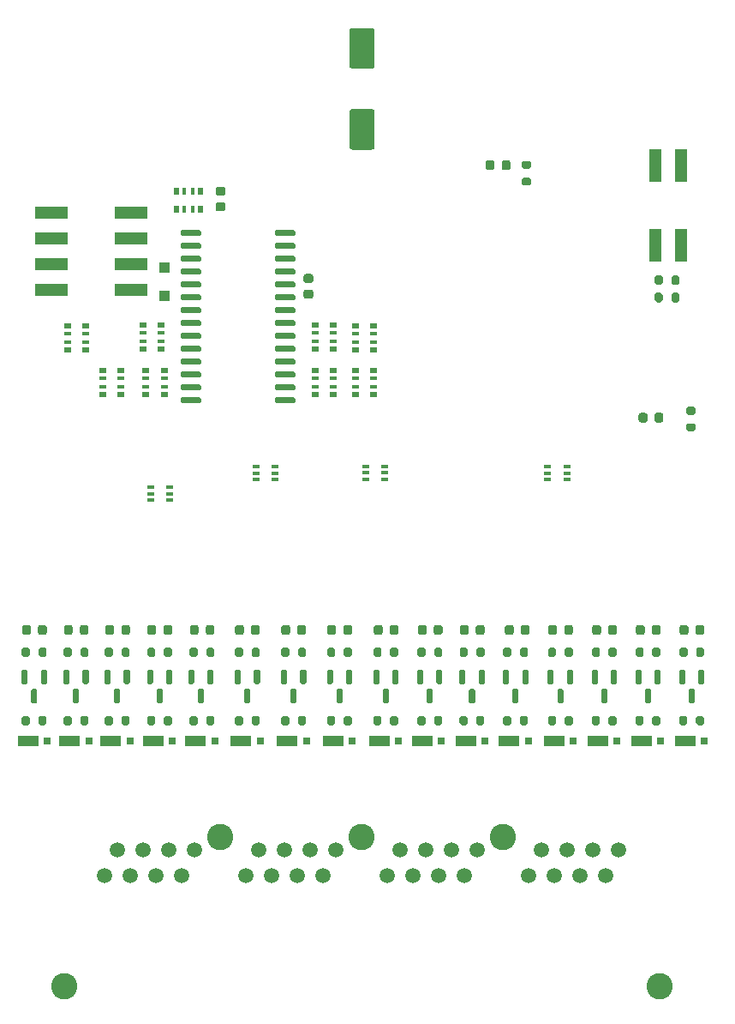
<source format=gbr>
G04 #@! TF.GenerationSoftware,KiCad,Pcbnew,6.0.11+dfsg-1*
G04 #@! TF.CreationDate,2023-11-01T17:04:38+00:00*
G04 #@! TF.ProjectId,Modular-I2C-4PxRJ45-Relay-Driver,4d6f6475-6c61-4722-9d49-32432d345078,rev?*
G04 #@! TF.SameCoordinates,Original*
G04 #@! TF.FileFunction,Paste,Top*
G04 #@! TF.FilePolarity,Positive*
%FSLAX46Y46*%
G04 Gerber Fmt 4.6, Leading zero omitted, Abs format (unit mm)*
G04 Created by KiCad (PCBNEW 6.0.11+dfsg-1) date 2023-11-01 17:04:38*
%MOMM*%
%LPD*%
G01*
G04 APERTURE LIST*
%ADD10R,2.000000X1.100000*%
%ADD11R,0.800000X0.800000*%
%ADD12R,0.650000X0.400000*%
%ADD13R,0.800000X0.500000*%
%ADD14R,0.800000X0.400000*%
%ADD15R,0.500000X0.800000*%
%ADD16R,0.400000X0.800000*%
%ADD17R,1.200000X3.300000*%
%ADD18R,3.300000X1.200000*%
%ADD19R,1.100000X1.100000*%
%ADD20C,1.500000*%
%ADD21C,2.600000*%
G04 APERTURE END LIST*
G36*
G01*
X139528000Y-82162250D02*
X139528000Y-82674750D01*
G75*
G02*
X139309250Y-82893500I-218750J0D01*
G01*
X138871750Y-82893500D01*
G75*
G02*
X138653000Y-82674750I0J218750D01*
G01*
X138653000Y-82162250D01*
G75*
G02*
X138871750Y-81943500I218750J0D01*
G01*
X139309250Y-81943500D01*
G75*
G02*
X139528000Y-82162250I0J-218750D01*
G01*
G37*
G36*
G01*
X137953000Y-82162250D02*
X137953000Y-82674750D01*
G75*
G02*
X137734250Y-82893500I-218750J0D01*
G01*
X137296750Y-82893500D01*
G75*
G02*
X137078000Y-82674750I0J218750D01*
G01*
X137078000Y-82162250D01*
G75*
G02*
X137296750Y-81943500I218750J0D01*
G01*
X137734250Y-81943500D01*
G75*
G02*
X137953000Y-82162250I0J-218750D01*
G01*
G37*
G36*
G01*
X150747000Y-91642900D02*
X150747000Y-91092900D01*
G75*
G02*
X150947000Y-90892900I200000J0D01*
G01*
X151347000Y-90892900D01*
G75*
G02*
X151547000Y-91092900I0J-200000D01*
G01*
X151547000Y-91642900D01*
G75*
G02*
X151347000Y-91842900I-200000J0D01*
G01*
X150947000Y-91842900D01*
G75*
G02*
X150747000Y-91642900I0J200000D01*
G01*
G37*
G36*
G01*
X152397000Y-91642900D02*
X152397000Y-91092900D01*
G75*
G02*
X152597000Y-90892900I200000J0D01*
G01*
X152997000Y-90892900D01*
G75*
G02*
X153197000Y-91092900I0J-200000D01*
G01*
X153197000Y-91642900D01*
G75*
G02*
X152997000Y-91842900I-200000J0D01*
G01*
X152597000Y-91842900D01*
G75*
G02*
X152397000Y-91642900I0J200000D01*
G01*
G37*
D10*
X142236150Y-93340500D03*
D11*
X144136150Y-93340500D03*
D10*
X159861000Y-93340500D03*
D11*
X161761000Y-93340500D03*
G36*
G01*
X183458800Y-82162250D02*
X183458800Y-82674750D01*
G75*
G02*
X183240050Y-82893500I-218750J0D01*
G01*
X182802550Y-82893500D01*
G75*
G02*
X182583800Y-82674750I0J218750D01*
G01*
X182583800Y-82162250D01*
G75*
G02*
X182802550Y-81943500I218750J0D01*
G01*
X183240050Y-81943500D01*
G75*
G02*
X183458800Y-82162250I0J-218750D01*
G01*
G37*
G36*
G01*
X181883800Y-82162250D02*
X181883800Y-82674750D01*
G75*
G02*
X181665050Y-82893500I-218750J0D01*
G01*
X181227550Y-82893500D01*
G75*
G02*
X181008800Y-82674750I0J218750D01*
G01*
X181008800Y-82162250D01*
G75*
G02*
X181227550Y-81943500I218750J0D01*
G01*
X181665050Y-81943500D01*
G75*
G02*
X181883800Y-82162250I0J-218750D01*
G01*
G37*
D12*
X128717000Y-68306500D03*
X128717000Y-68956500D03*
X128717000Y-69606500D03*
X130617000Y-69606500D03*
X130617000Y-68956500D03*
X130617000Y-68306500D03*
D10*
X168593300Y-93340500D03*
D11*
X170493300Y-93340500D03*
G36*
G01*
X157573300Y-82162250D02*
X157573300Y-82674750D01*
G75*
G02*
X157354550Y-82893500I-218750J0D01*
G01*
X156917050Y-82893500D01*
G75*
G02*
X156698300Y-82674750I0J218750D01*
G01*
X156698300Y-82162250D01*
G75*
G02*
X156917050Y-81943500I218750J0D01*
G01*
X157354550Y-81943500D01*
G75*
G02*
X157573300Y-82162250I0J-218750D01*
G01*
G37*
G36*
G01*
X155998300Y-82162250D02*
X155998300Y-82674750D01*
G75*
G02*
X155779550Y-82893500I-218750J0D01*
G01*
X155342050Y-82893500D01*
G75*
G02*
X155123300Y-82674750I0J218750D01*
G01*
X155123300Y-82162250D01*
G75*
G02*
X155342050Y-81943500I218750J0D01*
G01*
X155779550Y-81943500D01*
G75*
G02*
X155998300Y-82162250I0J-218750D01*
G01*
G37*
G36*
G01*
X164293000Y-36277250D02*
X164293000Y-36789750D01*
G75*
G02*
X164074250Y-37008500I-218750J0D01*
G01*
X163636750Y-37008500D01*
G75*
G02*
X163418000Y-36789750I0J218750D01*
G01*
X163418000Y-36277250D01*
G75*
G02*
X163636750Y-36058500I218750J0D01*
G01*
X164074250Y-36058500D01*
G75*
G02*
X164293000Y-36277250I0J-218750D01*
G01*
G37*
G36*
G01*
X162718000Y-36277250D02*
X162718000Y-36789750D01*
G75*
G02*
X162499250Y-37008500I-218750J0D01*
G01*
X162061750Y-37008500D01*
G75*
G02*
X161843000Y-36789750I0J218750D01*
G01*
X161843000Y-36277250D01*
G75*
G02*
X162061750Y-36058500I218750J0D01*
G01*
X162499250Y-36058500D01*
G75*
G02*
X162718000Y-36277250I0J-218750D01*
G01*
G37*
G36*
G01*
X146167500Y-84896200D02*
X146167500Y-84346200D01*
G75*
G02*
X146367500Y-84146200I200000J0D01*
G01*
X146767500Y-84146200D01*
G75*
G02*
X146967500Y-84346200I0J-200000D01*
G01*
X146967500Y-84896200D01*
G75*
G02*
X146767500Y-85096200I-200000J0D01*
G01*
X146367500Y-85096200D01*
G75*
G02*
X146167500Y-84896200I0J200000D01*
G01*
G37*
G36*
G01*
X147817500Y-84896200D02*
X147817500Y-84346200D01*
G75*
G02*
X148017500Y-84146200I200000J0D01*
G01*
X148417500Y-84146200D01*
G75*
G02*
X148617500Y-84346200I0J-200000D01*
G01*
X148617500Y-84896200D01*
G75*
G02*
X148417500Y-85096200I-200000J0D01*
G01*
X148017500Y-85096200D01*
G75*
G02*
X147817500Y-84896200I0J200000D01*
G01*
G37*
G36*
G01*
X130412500Y-86331500D02*
X130712500Y-86331500D01*
G75*
G02*
X130862500Y-86481500I0J-150000D01*
G01*
X130862500Y-87656500D01*
G75*
G02*
X130712500Y-87806500I-150000J0D01*
G01*
X130412500Y-87806500D01*
G75*
G02*
X130262500Y-87656500I0J150000D01*
G01*
X130262500Y-86481500D01*
G75*
G02*
X130412500Y-86331500I150000J0D01*
G01*
G37*
G36*
G01*
X128512500Y-86331500D02*
X128812500Y-86331500D01*
G75*
G02*
X128962500Y-86481500I0J-150000D01*
G01*
X128962500Y-87656500D01*
G75*
G02*
X128812500Y-87806500I-150000J0D01*
G01*
X128512500Y-87806500D01*
G75*
G02*
X128362500Y-87656500I0J150000D01*
G01*
X128362500Y-86481500D01*
G75*
G02*
X128512500Y-86331500I150000J0D01*
G01*
G37*
G36*
G01*
X129462500Y-88206500D02*
X129762500Y-88206500D01*
G75*
G02*
X129912500Y-88356500I0J-150000D01*
G01*
X129912500Y-89531500D01*
G75*
G02*
X129762500Y-89681500I-150000J0D01*
G01*
X129462500Y-89681500D01*
G75*
G02*
X129312500Y-89531500I0J150000D01*
G01*
X129312500Y-88356500D01*
G75*
G02*
X129462500Y-88206500I150000J0D01*
G01*
G37*
D12*
X167960000Y-66274500D03*
X167960000Y-66924500D03*
X167960000Y-67574500D03*
X169860000Y-67574500D03*
X169860000Y-66924500D03*
X169860000Y-66274500D03*
G36*
G01*
X128387500Y-91642900D02*
X128387500Y-91092900D01*
G75*
G02*
X128587500Y-90892900I200000J0D01*
G01*
X128987500Y-90892900D01*
G75*
G02*
X129187500Y-91092900I0J-200000D01*
G01*
X129187500Y-91642900D01*
G75*
G02*
X128987500Y-91842900I-200000J0D01*
G01*
X128587500Y-91842900D01*
G75*
G02*
X128387500Y-91642900I0J200000D01*
G01*
G37*
G36*
G01*
X130037500Y-91642900D02*
X130037500Y-91092900D01*
G75*
G02*
X130237500Y-90892900I200000J0D01*
G01*
X130637500Y-90892900D01*
G75*
G02*
X130837500Y-91092900I0J-200000D01*
G01*
X130837500Y-91642900D01*
G75*
G02*
X130637500Y-91842900I-200000J0D01*
G01*
X130237500Y-91842900D01*
G75*
G02*
X130037500Y-91642900I0J200000D01*
G01*
G37*
G36*
G01*
X135048500Y-82162250D02*
X135048500Y-82674750D01*
G75*
G02*
X134829750Y-82893500I-218750J0D01*
G01*
X134392250Y-82893500D01*
G75*
G02*
X134173500Y-82674750I0J218750D01*
G01*
X134173500Y-82162250D01*
G75*
G02*
X134392250Y-81943500I218750J0D01*
G01*
X134829750Y-81943500D01*
G75*
G02*
X135048500Y-82162250I0J-218750D01*
G01*
G37*
G36*
G01*
X133473500Y-82162250D02*
X133473500Y-82674750D01*
G75*
G02*
X133254750Y-82893500I-218750J0D01*
G01*
X132817250Y-82893500D01*
G75*
G02*
X132598500Y-82674750I0J218750D01*
G01*
X132598500Y-82162250D01*
G75*
G02*
X132817250Y-81943500I218750J0D01*
G01*
X133254750Y-81943500D01*
G75*
G02*
X133473500Y-82162250I0J-218750D01*
G01*
G37*
G36*
G01*
X159263500Y-91642900D02*
X159263500Y-91092900D01*
G75*
G02*
X159463500Y-90892900I200000J0D01*
G01*
X159863500Y-90892900D01*
G75*
G02*
X160063500Y-91092900I0J-200000D01*
G01*
X160063500Y-91642900D01*
G75*
G02*
X159863500Y-91842900I-200000J0D01*
G01*
X159463500Y-91842900D01*
G75*
G02*
X159263500Y-91642900I0J200000D01*
G01*
G37*
G36*
G01*
X160913500Y-91642900D02*
X160913500Y-91092900D01*
G75*
G02*
X161113500Y-90892900I200000J0D01*
G01*
X161513500Y-90892900D01*
G75*
G02*
X161713500Y-91092900I0J-200000D01*
G01*
X161713500Y-91642900D01*
G75*
G02*
X161513500Y-91842900I-200000J0D01*
G01*
X161113500Y-91842900D01*
G75*
G02*
X160913500Y-91642900I0J200000D01*
G01*
G37*
G36*
G01*
X148637500Y-82162250D02*
X148637500Y-82674750D01*
G75*
G02*
X148418750Y-82893500I-218750J0D01*
G01*
X147981250Y-82893500D01*
G75*
G02*
X147762500Y-82674750I0J218750D01*
G01*
X147762500Y-82162250D01*
G75*
G02*
X147981250Y-81943500I218750J0D01*
G01*
X148418750Y-81943500D01*
G75*
G02*
X148637500Y-82162250I0J-218750D01*
G01*
G37*
G36*
G01*
X147062500Y-82162250D02*
X147062500Y-82674750D01*
G75*
G02*
X146843750Y-82893500I-218750J0D01*
G01*
X146406250Y-82893500D01*
G75*
G02*
X146187500Y-82674750I0J218750D01*
G01*
X146187500Y-82162250D01*
G75*
G02*
X146406250Y-81943500I218750J0D01*
G01*
X146843750Y-81943500D01*
G75*
G02*
X147062500Y-82162250I0J-218750D01*
G01*
G37*
G36*
G01*
X159271000Y-84896200D02*
X159271000Y-84346200D01*
G75*
G02*
X159471000Y-84146200I200000J0D01*
G01*
X159871000Y-84146200D01*
G75*
G02*
X160071000Y-84346200I0J-200000D01*
G01*
X160071000Y-84896200D01*
G75*
G02*
X159871000Y-85096200I-200000J0D01*
G01*
X159471000Y-85096200D01*
G75*
G02*
X159271000Y-84896200I0J200000D01*
G01*
G37*
G36*
G01*
X160921000Y-84896200D02*
X160921000Y-84346200D01*
G75*
G02*
X161121000Y-84146200I200000J0D01*
G01*
X161521000Y-84146200D01*
G75*
G02*
X161721000Y-84346200I0J-200000D01*
G01*
X161721000Y-84896200D01*
G75*
G02*
X161521000Y-85096200I-200000J0D01*
G01*
X161121000Y-85096200D01*
G75*
G02*
X160921000Y-84896200I0J200000D01*
G01*
G37*
G36*
G01*
X126221500Y-86317262D02*
X126521500Y-86317262D01*
G75*
G02*
X126671500Y-86467262I0J-150000D01*
G01*
X126671500Y-87642262D01*
G75*
G02*
X126521500Y-87792262I-150000J0D01*
G01*
X126221500Y-87792262D01*
G75*
G02*
X126071500Y-87642262I0J150000D01*
G01*
X126071500Y-86467262D01*
G75*
G02*
X126221500Y-86317262I150000J0D01*
G01*
G37*
G36*
G01*
X124321500Y-86317262D02*
X124621500Y-86317262D01*
G75*
G02*
X124771500Y-86467262I0J-150000D01*
G01*
X124771500Y-87642262D01*
G75*
G02*
X124621500Y-87792262I-150000J0D01*
G01*
X124321500Y-87792262D01*
G75*
G02*
X124171500Y-87642262I0J150000D01*
G01*
X124171500Y-86467262D01*
G75*
G02*
X124321500Y-86317262I150000J0D01*
G01*
G37*
G36*
G01*
X125271500Y-88192262D02*
X125571500Y-88192262D01*
G75*
G02*
X125721500Y-88342262I0J-150000D01*
G01*
X125721500Y-89517262D01*
G75*
G02*
X125571500Y-89667262I-150000J0D01*
G01*
X125271500Y-89667262D01*
G75*
G02*
X125121500Y-89517262I0J150000D01*
G01*
X125121500Y-88342262D01*
G75*
G02*
X125271500Y-88192262I150000J0D01*
G01*
G37*
G36*
G01*
X170020800Y-86331500D02*
X170320800Y-86331500D01*
G75*
G02*
X170470800Y-86481500I0J-150000D01*
G01*
X170470800Y-87656500D01*
G75*
G02*
X170320800Y-87806500I-150000J0D01*
G01*
X170020800Y-87806500D01*
G75*
G02*
X169870800Y-87656500I0J150000D01*
G01*
X169870800Y-86481500D01*
G75*
G02*
X170020800Y-86331500I150000J0D01*
G01*
G37*
G36*
G01*
X168120800Y-86331500D02*
X168420800Y-86331500D01*
G75*
G02*
X168570800Y-86481500I0J-150000D01*
G01*
X168570800Y-87656500D01*
G75*
G02*
X168420800Y-87806500I-150000J0D01*
G01*
X168120800Y-87806500D01*
G75*
G02*
X167970800Y-87656500I0J150000D01*
G01*
X167970800Y-86481500D01*
G75*
G02*
X168120800Y-86331500I150000J0D01*
G01*
G37*
G36*
G01*
X169070800Y-88206500D02*
X169370800Y-88206500D01*
G75*
G02*
X169520800Y-88356500I0J-150000D01*
G01*
X169520800Y-89531500D01*
G75*
G02*
X169370800Y-89681500I-150000J0D01*
G01*
X169070800Y-89681500D01*
G75*
G02*
X168920800Y-89531500I0J150000D01*
G01*
X168920800Y-88356500D01*
G75*
G02*
X169070800Y-88206500I150000J0D01*
G01*
G37*
G36*
G01*
X170473300Y-82162250D02*
X170473300Y-82674750D01*
G75*
G02*
X170254550Y-82893500I-218750J0D01*
G01*
X169817050Y-82893500D01*
G75*
G02*
X169598300Y-82674750I0J218750D01*
G01*
X169598300Y-82162250D01*
G75*
G02*
X169817050Y-81943500I218750J0D01*
G01*
X170254550Y-81943500D01*
G75*
G02*
X170473300Y-82162250I0J-218750D01*
G01*
G37*
G36*
G01*
X168898300Y-82162250D02*
X168898300Y-82674750D01*
G75*
G02*
X168679550Y-82893500I-218750J0D01*
G01*
X168242050Y-82893500D01*
G75*
G02*
X168023300Y-82674750I0J218750D01*
G01*
X168023300Y-82162250D01*
G75*
G02*
X168242050Y-81943500I218750J0D01*
G01*
X168679550Y-81943500D01*
G75*
G02*
X168898300Y-82162250I0J-218750D01*
G01*
G37*
G36*
G01*
X179132500Y-82162250D02*
X179132500Y-82674750D01*
G75*
G02*
X178913750Y-82893500I-218750J0D01*
G01*
X178476250Y-82893500D01*
G75*
G02*
X178257500Y-82674750I0J218750D01*
G01*
X178257500Y-82162250D01*
G75*
G02*
X178476250Y-81943500I218750J0D01*
G01*
X178913750Y-81943500D01*
G75*
G02*
X179132500Y-82162250I0J-218750D01*
G01*
G37*
G36*
G01*
X177557500Y-82162250D02*
X177557500Y-82674750D01*
G75*
G02*
X177338750Y-82893500I-218750J0D01*
G01*
X176901250Y-82893500D01*
G75*
G02*
X176682500Y-82674750I0J218750D01*
G01*
X176682500Y-82162250D01*
G75*
G02*
X176901250Y-81943500I218750J0D01*
G01*
X177338750Y-81943500D01*
G75*
G02*
X177557500Y-82162250I0J-218750D01*
G01*
G37*
D13*
X123969000Y-56803500D03*
D14*
X123969000Y-57603500D03*
X123969000Y-58403500D03*
D13*
X123969000Y-59203500D03*
X125769000Y-59203500D03*
D14*
X125769000Y-58403500D03*
X125769000Y-57603500D03*
D13*
X125769000Y-56803500D03*
G36*
G01*
X165587000Y-36108500D02*
X166137000Y-36108500D01*
G75*
G02*
X166337000Y-36308500I0J-200000D01*
G01*
X166337000Y-36708500D01*
G75*
G02*
X166137000Y-36908500I-200000J0D01*
G01*
X165587000Y-36908500D01*
G75*
G02*
X165387000Y-36708500I0J200000D01*
G01*
X165387000Y-36308500D01*
G75*
G02*
X165587000Y-36108500I200000J0D01*
G01*
G37*
G36*
G01*
X165587000Y-37758500D02*
X166137000Y-37758500D01*
G75*
G02*
X166337000Y-37958500I0J-200000D01*
G01*
X166337000Y-38358500D01*
G75*
G02*
X166137000Y-38558500I-200000J0D01*
G01*
X165587000Y-38558500D01*
G75*
G02*
X165387000Y-38358500I0J200000D01*
G01*
X165387000Y-37958500D01*
G75*
G02*
X165587000Y-37758500I200000J0D01*
G01*
G37*
G36*
G01*
X135886000Y-41098500D02*
X135386000Y-41098500D01*
G75*
G02*
X135161000Y-40873500I0J225000D01*
G01*
X135161000Y-40423500D01*
G75*
G02*
X135386000Y-40198500I225000J0D01*
G01*
X135886000Y-40198500D01*
G75*
G02*
X136111000Y-40423500I0J-225000D01*
G01*
X136111000Y-40873500D01*
G75*
G02*
X135886000Y-41098500I-225000J0D01*
G01*
G37*
G36*
G01*
X135886000Y-39548500D02*
X135386000Y-39548500D01*
G75*
G02*
X135161000Y-39323500I0J225000D01*
G01*
X135161000Y-38873500D01*
G75*
G02*
X135386000Y-38648500I225000J0D01*
G01*
X135886000Y-38648500D01*
G75*
G02*
X136111000Y-38873500I0J-225000D01*
G01*
X136111000Y-39323500D01*
G75*
G02*
X135886000Y-39548500I-225000J0D01*
G01*
G37*
D15*
X133661000Y-39100500D03*
D16*
X132861000Y-39100500D03*
X132061000Y-39100500D03*
D15*
X131261000Y-39100500D03*
X131261000Y-40900500D03*
D16*
X132061000Y-40900500D03*
X132861000Y-40900500D03*
D15*
X133661000Y-40900500D03*
D10*
X172934500Y-93340500D03*
D11*
X174834500Y-93340500D03*
G36*
G01*
X180994000Y-47628500D02*
X180994000Y-48178500D01*
G75*
G02*
X180794000Y-48378500I-200000J0D01*
G01*
X180394000Y-48378500D01*
G75*
G02*
X180194000Y-48178500I0J200000D01*
G01*
X180194000Y-47628500D01*
G75*
G02*
X180394000Y-47428500I200000J0D01*
G01*
X180794000Y-47428500D01*
G75*
G02*
X180994000Y-47628500I0J-200000D01*
G01*
G37*
G36*
G01*
X179344000Y-47628500D02*
X179344000Y-48178500D01*
G75*
G02*
X179144000Y-48378500I-200000J0D01*
G01*
X178744000Y-48378500D01*
G75*
G02*
X178544000Y-48178500I0J200000D01*
G01*
X178544000Y-47628500D01*
G75*
G02*
X178744000Y-47428500I200000J0D01*
G01*
X179144000Y-47428500D01*
G75*
G02*
X179344000Y-47628500I0J-200000D01*
G01*
G37*
G36*
G01*
X155103300Y-84896200D02*
X155103300Y-84346200D01*
G75*
G02*
X155303300Y-84146200I200000J0D01*
G01*
X155703300Y-84146200D01*
G75*
G02*
X155903300Y-84346200I0J-200000D01*
G01*
X155903300Y-84896200D01*
G75*
G02*
X155703300Y-85096200I-200000J0D01*
G01*
X155303300Y-85096200D01*
G75*
G02*
X155103300Y-84896200I0J200000D01*
G01*
G37*
G36*
G01*
X156753300Y-84896200D02*
X156753300Y-84346200D01*
G75*
G02*
X156953300Y-84146200I200000J0D01*
G01*
X157353300Y-84146200D01*
G75*
G02*
X157553300Y-84346200I0J-200000D01*
G01*
X157553300Y-84896200D01*
G75*
G02*
X157353300Y-85096200I-200000J0D01*
G01*
X156953300Y-85096200D01*
G75*
G02*
X156753300Y-84896200I0J200000D01*
G01*
G37*
G36*
G01*
X144100000Y-82162250D02*
X144100000Y-82674750D01*
G75*
G02*
X143881250Y-82893500I-218750J0D01*
G01*
X143443750Y-82893500D01*
G75*
G02*
X143225000Y-82674750I0J218750D01*
G01*
X143225000Y-82162250D01*
G75*
G02*
X143443750Y-81943500I218750J0D01*
G01*
X143881250Y-81943500D01*
G75*
G02*
X144100000Y-82162250I0J-218750D01*
G01*
G37*
G36*
G01*
X142525000Y-82162250D02*
X142525000Y-82674750D01*
G75*
G02*
X142306250Y-82893500I-218750J0D01*
G01*
X141868750Y-82893500D01*
G75*
G02*
X141650000Y-82674750I0J218750D01*
G01*
X141650000Y-82162250D01*
G75*
G02*
X141868750Y-81943500I218750J0D01*
G01*
X142306250Y-81943500D01*
G75*
G02*
X142525000Y-82162250I0J-218750D01*
G01*
G37*
D13*
X120512000Y-52389500D03*
D14*
X120512000Y-53189500D03*
X120512000Y-53989500D03*
D13*
X120512000Y-54789500D03*
X122312000Y-54789500D03*
D14*
X122312000Y-53989500D03*
X122312000Y-53189500D03*
D13*
X122312000Y-52389500D03*
D10*
X124794000Y-93340500D03*
D11*
X126694000Y-93340500D03*
G36*
G01*
X155095800Y-91642900D02*
X155095800Y-91092900D01*
G75*
G02*
X155295800Y-90892900I200000J0D01*
G01*
X155695800Y-90892900D01*
G75*
G02*
X155895800Y-91092900I0J-200000D01*
G01*
X155895800Y-91642900D01*
G75*
G02*
X155695800Y-91842900I-200000J0D01*
G01*
X155295800Y-91842900D01*
G75*
G02*
X155095800Y-91642900I0J200000D01*
G01*
G37*
G36*
G01*
X156745800Y-91642900D02*
X156745800Y-91092900D01*
G75*
G02*
X156945800Y-90892900I200000J0D01*
G01*
X157345800Y-90892900D01*
G75*
G02*
X157545800Y-91092900I0J-200000D01*
G01*
X157545800Y-91642900D01*
G75*
G02*
X157345800Y-91842900I-200000J0D01*
G01*
X156945800Y-91842900D01*
G75*
G02*
X156745800Y-91642900I0J200000D01*
G01*
G37*
G36*
G01*
X124196500Y-84896200D02*
X124196500Y-84346200D01*
G75*
G02*
X124396500Y-84146200I200000J0D01*
G01*
X124796500Y-84146200D01*
G75*
G02*
X124996500Y-84346200I0J-200000D01*
G01*
X124996500Y-84896200D01*
G75*
G02*
X124796500Y-85096200I-200000J0D01*
G01*
X124396500Y-85096200D01*
G75*
G02*
X124196500Y-84896200I0J200000D01*
G01*
G37*
G36*
G01*
X125846500Y-84896200D02*
X125846500Y-84346200D01*
G75*
G02*
X126046500Y-84146200I200000J0D01*
G01*
X126446500Y-84146200D01*
G75*
G02*
X126646500Y-84346200I0J-200000D01*
G01*
X126646500Y-84896200D01*
G75*
G02*
X126446500Y-85096200I-200000J0D01*
G01*
X126046500Y-85096200D01*
G75*
G02*
X125846500Y-84896200I0J200000D01*
G01*
G37*
D12*
X149992000Y-66259500D03*
X149992000Y-66909500D03*
X149992000Y-67559500D03*
X151892000Y-67559500D03*
X151892000Y-66909500D03*
X151892000Y-66259500D03*
G36*
G01*
X137064500Y-91642900D02*
X137064500Y-91092900D01*
G75*
G02*
X137264500Y-90892900I200000J0D01*
G01*
X137664500Y-90892900D01*
G75*
G02*
X137864500Y-91092900I0J-200000D01*
G01*
X137864500Y-91642900D01*
G75*
G02*
X137664500Y-91842900I-200000J0D01*
G01*
X137264500Y-91842900D01*
G75*
G02*
X137064500Y-91642900I0J200000D01*
G01*
G37*
G36*
G01*
X138714500Y-91642900D02*
X138714500Y-91092900D01*
G75*
G02*
X138914500Y-90892900I200000J0D01*
G01*
X139314500Y-90892900D01*
G75*
G02*
X139514500Y-91092900I0J-200000D01*
G01*
X139514500Y-91642900D01*
G75*
G02*
X139314500Y-91842900I-200000J0D01*
G01*
X138914500Y-91842900D01*
G75*
G02*
X138714500Y-91642900I0J200000D01*
G01*
G37*
G36*
G01*
X126701000Y-82162250D02*
X126701000Y-82674750D01*
G75*
G02*
X126482250Y-82893500I-218750J0D01*
G01*
X126044750Y-82893500D01*
G75*
G02*
X125826000Y-82674750I0J218750D01*
G01*
X125826000Y-82162250D01*
G75*
G02*
X126044750Y-81943500I218750J0D01*
G01*
X126482250Y-81943500D01*
G75*
G02*
X126701000Y-82162250I0J-218750D01*
G01*
G37*
G36*
G01*
X125126000Y-82162250D02*
X125126000Y-82674750D01*
G75*
G02*
X124907250Y-82893500I-218750J0D01*
G01*
X124469750Y-82893500D01*
G75*
G02*
X124251000Y-82674750I0J218750D01*
G01*
X124251000Y-82162250D01*
G75*
G02*
X124469750Y-81943500I218750J0D01*
G01*
X124907250Y-81943500D01*
G75*
G02*
X125126000Y-82162250I0J-218750D01*
G01*
G37*
D13*
X127969000Y-52303500D03*
D14*
X127969000Y-53103500D03*
X127969000Y-53903500D03*
D13*
X127969000Y-54703500D03*
X129769000Y-54703500D03*
D14*
X129769000Y-53903500D03*
X129769000Y-53103500D03*
D13*
X129769000Y-52303500D03*
G36*
G01*
X148192500Y-86331500D02*
X148492500Y-86331500D01*
G75*
G02*
X148642500Y-86481500I0J-150000D01*
G01*
X148642500Y-87656500D01*
G75*
G02*
X148492500Y-87806500I-150000J0D01*
G01*
X148192500Y-87806500D01*
G75*
G02*
X148042500Y-87656500I0J150000D01*
G01*
X148042500Y-86481500D01*
G75*
G02*
X148192500Y-86331500I150000J0D01*
G01*
G37*
G36*
G01*
X146292500Y-86331500D02*
X146592500Y-86331500D01*
G75*
G02*
X146742500Y-86481500I0J-150000D01*
G01*
X146742500Y-87656500D01*
G75*
G02*
X146592500Y-87806500I-150000J0D01*
G01*
X146292500Y-87806500D01*
G75*
G02*
X146142500Y-87656500I0J150000D01*
G01*
X146142500Y-86481500D01*
G75*
G02*
X146292500Y-86331500I150000J0D01*
G01*
G37*
G36*
G01*
X147242500Y-88206500D02*
X147542500Y-88206500D01*
G75*
G02*
X147692500Y-88356500I0J-150000D01*
G01*
X147692500Y-89531500D01*
G75*
G02*
X147542500Y-89681500I-150000J0D01*
G01*
X147242500Y-89681500D01*
G75*
G02*
X147092500Y-89531500I0J150000D01*
G01*
X147092500Y-88356500D01*
G75*
G02*
X147242500Y-88206500I150000J0D01*
G01*
G37*
G36*
G01*
X115996000Y-84896200D02*
X115996000Y-84346200D01*
G75*
G02*
X116196000Y-84146200I200000J0D01*
G01*
X116596000Y-84146200D01*
G75*
G02*
X116796000Y-84346200I0J-200000D01*
G01*
X116796000Y-84896200D01*
G75*
G02*
X116596000Y-85096200I-200000J0D01*
G01*
X116196000Y-85096200D01*
G75*
G02*
X115996000Y-84896200I0J200000D01*
G01*
G37*
G36*
G01*
X117646000Y-84896200D02*
X117646000Y-84346200D01*
G75*
G02*
X117846000Y-84146200I200000J0D01*
G01*
X118246000Y-84146200D01*
G75*
G02*
X118446000Y-84346200I0J-200000D01*
G01*
X118446000Y-84896200D01*
G75*
G02*
X118246000Y-85096200I-200000J0D01*
G01*
X117846000Y-85096200D01*
G75*
G02*
X117646000Y-84896200I0J200000D01*
G01*
G37*
G36*
G01*
X124196500Y-91642900D02*
X124196500Y-91092900D01*
G75*
G02*
X124396500Y-90892900I200000J0D01*
G01*
X124796500Y-90892900D01*
G75*
G02*
X124996500Y-91092900I0J-200000D01*
G01*
X124996500Y-91642900D01*
G75*
G02*
X124796500Y-91842900I-200000J0D01*
G01*
X124396500Y-91842900D01*
G75*
G02*
X124196500Y-91642900I0J200000D01*
G01*
G37*
G36*
G01*
X125846500Y-91642900D02*
X125846500Y-91092900D01*
G75*
G02*
X126046500Y-90892900I200000J0D01*
G01*
X126446500Y-90892900D01*
G75*
G02*
X126646500Y-91092900I0J-200000D01*
G01*
X126646500Y-91642900D01*
G75*
G02*
X126446500Y-91842900I-200000J0D01*
G01*
X126046500Y-91842900D01*
G75*
G02*
X125846500Y-91642900I0J200000D01*
G01*
G37*
G36*
G01*
X161741000Y-82162250D02*
X161741000Y-82674750D01*
G75*
G02*
X161522250Y-82893500I-218750J0D01*
G01*
X161084750Y-82893500D01*
G75*
G02*
X160866000Y-82674750I0J218750D01*
G01*
X160866000Y-82162250D01*
G75*
G02*
X161084750Y-81943500I218750J0D01*
G01*
X161522250Y-81943500D01*
G75*
G02*
X161741000Y-82162250I0J-218750D01*
G01*
G37*
G36*
G01*
X160166000Y-82162250D02*
X160166000Y-82674750D01*
G75*
G02*
X159947250Y-82893500I-218750J0D01*
G01*
X159509750Y-82893500D01*
G75*
G02*
X159291000Y-82674750I0J218750D01*
G01*
X159291000Y-82162250D01*
G75*
G02*
X159509750Y-81943500I218750J0D01*
G01*
X159947250Y-81943500D01*
G75*
G02*
X160166000Y-82162250I0J-218750D01*
G01*
G37*
G36*
G01*
X174814500Y-82162250D02*
X174814500Y-82674750D01*
G75*
G02*
X174595750Y-82893500I-218750J0D01*
G01*
X174158250Y-82893500D01*
G75*
G02*
X173939500Y-82674750I0J218750D01*
G01*
X173939500Y-82162250D01*
G75*
G02*
X174158250Y-81943500I218750J0D01*
G01*
X174595750Y-81943500D01*
G75*
G02*
X174814500Y-82162250I0J-218750D01*
G01*
G37*
G36*
G01*
X173239500Y-82162250D02*
X173239500Y-82674750D01*
G75*
G02*
X173020750Y-82893500I-218750J0D01*
G01*
X172583250Y-82893500D01*
G75*
G02*
X172364500Y-82674750I0J218750D01*
G01*
X172364500Y-82162250D01*
G75*
G02*
X172583250Y-81943500I218750J0D01*
G01*
X173020750Y-81943500D01*
G75*
G02*
X173239500Y-82162250I0J-218750D01*
G01*
G37*
G36*
G01*
X128387500Y-84896200D02*
X128387500Y-84346200D01*
G75*
G02*
X128587500Y-84146200I200000J0D01*
G01*
X128987500Y-84146200D01*
G75*
G02*
X129187500Y-84346200I0J-200000D01*
G01*
X129187500Y-84896200D01*
G75*
G02*
X128987500Y-85096200I-200000J0D01*
G01*
X128587500Y-85096200D01*
G75*
G02*
X128387500Y-84896200I0J200000D01*
G01*
G37*
G36*
G01*
X130037500Y-84896200D02*
X130037500Y-84346200D01*
G75*
G02*
X130237500Y-84146200I200000J0D01*
G01*
X130637500Y-84146200D01*
G75*
G02*
X130837500Y-84346200I0J-200000D01*
G01*
X130837500Y-84896200D01*
G75*
G02*
X130637500Y-85096200I-200000J0D01*
G01*
X130237500Y-85096200D01*
G75*
G02*
X130037500Y-84896200I0J200000D01*
G01*
G37*
G36*
G01*
X141638650Y-91642900D02*
X141638650Y-91092900D01*
G75*
G02*
X141838650Y-90892900I200000J0D01*
G01*
X142238650Y-90892900D01*
G75*
G02*
X142438650Y-91092900I0J-200000D01*
G01*
X142438650Y-91642900D01*
G75*
G02*
X142238650Y-91842900I-200000J0D01*
G01*
X141838650Y-91842900D01*
G75*
G02*
X141638650Y-91642900I0J200000D01*
G01*
G37*
G36*
G01*
X143288650Y-91642900D02*
X143288650Y-91092900D01*
G75*
G02*
X143488650Y-90892900I200000J0D01*
G01*
X143888650Y-90892900D01*
G75*
G02*
X144088650Y-91092900I0J-200000D01*
G01*
X144088650Y-91642900D01*
G75*
G02*
X143888650Y-91842900I-200000J0D01*
G01*
X143488650Y-91842900D01*
G75*
G02*
X143288650Y-91642900I0J200000D01*
G01*
G37*
D10*
X133176000Y-93340500D03*
D11*
X135076000Y-93340500D03*
G36*
G01*
X122602500Y-82162250D02*
X122602500Y-82674750D01*
G75*
G02*
X122383750Y-82893500I-218750J0D01*
G01*
X121946250Y-82893500D01*
G75*
G02*
X121727500Y-82674750I0J218750D01*
G01*
X121727500Y-82162250D01*
G75*
G02*
X121946250Y-81943500I218750J0D01*
G01*
X122383750Y-81943500D01*
G75*
G02*
X122602500Y-82162250I0J-218750D01*
G01*
G37*
G36*
G01*
X121027500Y-82162250D02*
X121027500Y-82674750D01*
G75*
G02*
X120808750Y-82893500I-218750J0D01*
G01*
X120371250Y-82893500D01*
G75*
G02*
X120152500Y-82674750I0J218750D01*
G01*
X120152500Y-82162250D01*
G75*
G02*
X120371250Y-81943500I218750J0D01*
G01*
X120808750Y-81943500D01*
G75*
G02*
X121027500Y-82162250I0J-218750D01*
G01*
G37*
G36*
G01*
X176662500Y-84896200D02*
X176662500Y-84346200D01*
G75*
G02*
X176862500Y-84146200I200000J0D01*
G01*
X177262500Y-84146200D01*
G75*
G02*
X177462500Y-84346200I0J-200000D01*
G01*
X177462500Y-84896200D01*
G75*
G02*
X177262500Y-85096200I-200000J0D01*
G01*
X176862500Y-85096200D01*
G75*
G02*
X176662500Y-84896200I0J200000D01*
G01*
G37*
G36*
G01*
X178312500Y-84896200D02*
X178312500Y-84346200D01*
G75*
G02*
X178512500Y-84146200I200000J0D01*
G01*
X178912500Y-84146200D01*
G75*
G02*
X179112500Y-84346200I0J-200000D01*
G01*
X179112500Y-84896200D01*
G75*
G02*
X178912500Y-85096200I-200000J0D01*
G01*
X178512500Y-85096200D01*
G75*
G02*
X178312500Y-84896200I0J200000D01*
G01*
G37*
G36*
G01*
X180981300Y-91642900D02*
X180981300Y-91092900D01*
G75*
G02*
X181181300Y-90892900I200000J0D01*
G01*
X181581300Y-90892900D01*
G75*
G02*
X181781300Y-91092900I0J-200000D01*
G01*
X181781300Y-91642900D01*
G75*
G02*
X181581300Y-91842900I-200000J0D01*
G01*
X181181300Y-91842900D01*
G75*
G02*
X180981300Y-91642900I0J200000D01*
G01*
G37*
G36*
G01*
X182631300Y-91642900D02*
X182631300Y-91092900D01*
G75*
G02*
X182831300Y-90892900I200000J0D01*
G01*
X183231300Y-90892900D01*
G75*
G02*
X183431300Y-91092900I0J-200000D01*
G01*
X183431300Y-91642900D01*
G75*
G02*
X183231300Y-91842900I-200000J0D01*
G01*
X182831300Y-91842900D01*
G75*
G02*
X182631300Y-91642900I0J200000D01*
G01*
G37*
G36*
G01*
X148619000Y-23003500D02*
X150619000Y-23003500D01*
G75*
G02*
X150869000Y-23253500I0J-250000D01*
G01*
X150869000Y-26753500D01*
G75*
G02*
X150619000Y-27003500I-250000J0D01*
G01*
X148619000Y-27003500D01*
G75*
G02*
X148369000Y-26753500I0J250000D01*
G01*
X148369000Y-23253500D01*
G75*
G02*
X148619000Y-23003500I250000J0D01*
G01*
G37*
G36*
G01*
X148619000Y-31003500D02*
X150619000Y-31003500D01*
G75*
G02*
X150869000Y-31253500I0J-250000D01*
G01*
X150869000Y-34753500D01*
G75*
G02*
X150619000Y-35003500I-250000J0D01*
G01*
X148619000Y-35003500D01*
G75*
G02*
X148369000Y-34753500I0J250000D01*
G01*
X148369000Y-31253500D01*
G75*
G02*
X148619000Y-31003500I250000J0D01*
G01*
G37*
D13*
X146769000Y-54703500D03*
D14*
X146769000Y-53903500D03*
X146769000Y-53103500D03*
D13*
X146769000Y-52303500D03*
X144969000Y-52303500D03*
D14*
X144969000Y-53103500D03*
X144969000Y-53903500D03*
D13*
X144969000Y-54703500D03*
G36*
G01*
X132578500Y-91642900D02*
X132578500Y-91092900D01*
G75*
G02*
X132778500Y-90892900I200000J0D01*
G01*
X133178500Y-90892900D01*
G75*
G02*
X133378500Y-91092900I0J-200000D01*
G01*
X133378500Y-91642900D01*
G75*
G02*
X133178500Y-91842900I-200000J0D01*
G01*
X132778500Y-91842900D01*
G75*
G02*
X132578500Y-91642900I0J200000D01*
G01*
G37*
G36*
G01*
X134228500Y-91642900D02*
X134228500Y-91092900D01*
G75*
G02*
X134428500Y-90892900I200000J0D01*
G01*
X134828500Y-90892900D01*
G75*
G02*
X135028500Y-91092900I0J-200000D01*
G01*
X135028500Y-91642900D01*
G75*
G02*
X134828500Y-91842900I-200000J0D01*
G01*
X134428500Y-91842900D01*
G75*
G02*
X134228500Y-91642900I0J200000D01*
G01*
G37*
G36*
G01*
X146167500Y-91642900D02*
X146167500Y-91092900D01*
G75*
G02*
X146367500Y-90892900I200000J0D01*
G01*
X146767500Y-90892900D01*
G75*
G02*
X146967500Y-91092900I0J-200000D01*
G01*
X146967500Y-91642900D01*
G75*
G02*
X146767500Y-91842900I-200000J0D01*
G01*
X146367500Y-91842900D01*
G75*
G02*
X146167500Y-91642900I0J200000D01*
G01*
G37*
G36*
G01*
X147817500Y-91642900D02*
X147817500Y-91092900D01*
G75*
G02*
X148017500Y-90892900I200000J0D01*
G01*
X148417500Y-90892900D01*
G75*
G02*
X148617500Y-91092900I0J-200000D01*
G01*
X148617500Y-91642900D01*
G75*
G02*
X148417500Y-91842900I-200000J0D01*
G01*
X148017500Y-91842900D01*
G75*
G02*
X147817500Y-91642900I0J200000D01*
G01*
G37*
G36*
G01*
X137064500Y-84896200D02*
X137064500Y-84346200D01*
G75*
G02*
X137264500Y-84146200I200000J0D01*
G01*
X137664500Y-84146200D01*
G75*
G02*
X137864500Y-84346200I0J-200000D01*
G01*
X137864500Y-84896200D01*
G75*
G02*
X137664500Y-85096200I-200000J0D01*
G01*
X137264500Y-85096200D01*
G75*
G02*
X137064500Y-84896200I0J200000D01*
G01*
G37*
G36*
G01*
X138714500Y-84896200D02*
X138714500Y-84346200D01*
G75*
G02*
X138914500Y-84146200I200000J0D01*
G01*
X139314500Y-84146200D01*
G75*
G02*
X139514500Y-84346200I0J-200000D01*
G01*
X139514500Y-84896200D01*
G75*
G02*
X139314500Y-85096200I-200000J0D01*
G01*
X138914500Y-85096200D01*
G75*
G02*
X138714500Y-84896200I0J200000D01*
G01*
G37*
G36*
G01*
X180994000Y-49328500D02*
X180994000Y-49878500D01*
G75*
G02*
X180794000Y-50078500I-200000J0D01*
G01*
X180394000Y-50078500D01*
G75*
G02*
X180194000Y-49878500I0J200000D01*
G01*
X180194000Y-49328500D01*
G75*
G02*
X180394000Y-49128500I200000J0D01*
G01*
X180794000Y-49128500D01*
G75*
G02*
X180994000Y-49328500I0J-200000D01*
G01*
G37*
G36*
G01*
X179344000Y-49328500D02*
X179344000Y-49878500D01*
G75*
G02*
X179144000Y-50078500I-200000J0D01*
G01*
X178744000Y-50078500D01*
G75*
G02*
X178544000Y-49878500I0J200000D01*
G01*
X178544000Y-49328500D01*
G75*
G02*
X178744000Y-49128500I200000J0D01*
G01*
X179144000Y-49128500D01*
G75*
G02*
X179344000Y-49328500I0J-200000D01*
G01*
G37*
G36*
G01*
X153244000Y-82162250D02*
X153244000Y-82674750D01*
G75*
G02*
X153025250Y-82893500I-218750J0D01*
G01*
X152587750Y-82893500D01*
G75*
G02*
X152369000Y-82674750I0J218750D01*
G01*
X152369000Y-82162250D01*
G75*
G02*
X152587750Y-81943500I218750J0D01*
G01*
X153025250Y-81943500D01*
G75*
G02*
X153244000Y-82162250I0J-218750D01*
G01*
G37*
G36*
G01*
X151669000Y-82162250D02*
X151669000Y-82674750D01*
G75*
G02*
X151450250Y-82893500I-218750J0D01*
G01*
X151012750Y-82893500D01*
G75*
G02*
X150794000Y-82674750I0J218750D01*
G01*
X150794000Y-82162250D01*
G75*
G02*
X151012750Y-81943500I218750J0D01*
G01*
X151450250Y-81943500D01*
G75*
G02*
X151669000Y-82162250I0J-218750D01*
G01*
G37*
G36*
G01*
X178680000Y-86331500D02*
X178980000Y-86331500D01*
G75*
G02*
X179130000Y-86481500I0J-150000D01*
G01*
X179130000Y-87656500D01*
G75*
G02*
X178980000Y-87806500I-150000J0D01*
G01*
X178680000Y-87806500D01*
G75*
G02*
X178530000Y-87656500I0J150000D01*
G01*
X178530000Y-86481500D01*
G75*
G02*
X178680000Y-86331500I150000J0D01*
G01*
G37*
G36*
G01*
X176780000Y-86331500D02*
X177080000Y-86331500D01*
G75*
G02*
X177230000Y-86481500I0J-150000D01*
G01*
X177230000Y-87656500D01*
G75*
G02*
X177080000Y-87806500I-150000J0D01*
G01*
X176780000Y-87806500D01*
G75*
G02*
X176630000Y-87656500I0J150000D01*
G01*
X176630000Y-86481500D01*
G75*
G02*
X176780000Y-86331500I150000J0D01*
G01*
G37*
G36*
G01*
X177730000Y-88206500D02*
X178030000Y-88206500D01*
G75*
G02*
X178180000Y-88356500I0J-150000D01*
G01*
X178180000Y-89531500D01*
G75*
G02*
X178030000Y-89681500I-150000J0D01*
G01*
X177730000Y-89681500D01*
G75*
G02*
X177580000Y-89531500I0J150000D01*
G01*
X177580000Y-88356500D01*
G75*
G02*
X177730000Y-88206500I150000J0D01*
G01*
G37*
G36*
G01*
X118466000Y-82162250D02*
X118466000Y-82674750D01*
G75*
G02*
X118247250Y-82893500I-218750J0D01*
G01*
X117809750Y-82893500D01*
G75*
G02*
X117591000Y-82674750I0J218750D01*
G01*
X117591000Y-82162250D01*
G75*
G02*
X117809750Y-81943500I218750J0D01*
G01*
X118247250Y-81943500D01*
G75*
G02*
X118466000Y-82162250I0J-218750D01*
G01*
G37*
G36*
G01*
X116891000Y-82162250D02*
X116891000Y-82674750D01*
G75*
G02*
X116672250Y-82893500I-218750J0D01*
G01*
X116234750Y-82893500D01*
G75*
G02*
X116016000Y-82674750I0J218750D01*
G01*
X116016000Y-82162250D01*
G75*
G02*
X116234750Y-81943500I218750J0D01*
G01*
X116672250Y-81943500D01*
G75*
G02*
X116891000Y-82162250I0J-218750D01*
G01*
G37*
G36*
G01*
X179406000Y-61207250D02*
X179406000Y-61719750D01*
G75*
G02*
X179187250Y-61938500I-218750J0D01*
G01*
X178749750Y-61938500D01*
G75*
G02*
X178531000Y-61719750I0J218750D01*
G01*
X178531000Y-61207250D01*
G75*
G02*
X178749750Y-60988500I218750J0D01*
G01*
X179187250Y-60988500D01*
G75*
G02*
X179406000Y-61207250I0J-218750D01*
G01*
G37*
G36*
G01*
X177831000Y-61207250D02*
X177831000Y-61719750D01*
G75*
G02*
X177612250Y-61938500I-218750J0D01*
G01*
X177174750Y-61938500D01*
G75*
G02*
X176956000Y-61719750I0J218750D01*
G01*
X176956000Y-61207250D01*
G75*
G02*
X177174750Y-60988500I218750J0D01*
G01*
X177612250Y-60988500D01*
G75*
G02*
X177831000Y-61207250I0J-218750D01*
G01*
G37*
G36*
G01*
X163574000Y-91642900D02*
X163574000Y-91092900D01*
G75*
G02*
X163774000Y-90892900I200000J0D01*
G01*
X164174000Y-90892900D01*
G75*
G02*
X164374000Y-91092900I0J-200000D01*
G01*
X164374000Y-91642900D01*
G75*
G02*
X164174000Y-91842900I-200000J0D01*
G01*
X163774000Y-91842900D01*
G75*
G02*
X163574000Y-91642900I0J200000D01*
G01*
G37*
G36*
G01*
X165224000Y-91642900D02*
X165224000Y-91092900D01*
G75*
G02*
X165424000Y-90892900I200000J0D01*
G01*
X165824000Y-90892900D01*
G75*
G02*
X166024000Y-91092900I0J-200000D01*
G01*
X166024000Y-91642900D01*
G75*
G02*
X165824000Y-91842900I-200000J0D01*
G01*
X165424000Y-91842900D01*
G75*
G02*
X165224000Y-91642900I0J200000D01*
G01*
G37*
G36*
G01*
X167995800Y-91642900D02*
X167995800Y-91092900D01*
G75*
G02*
X168195800Y-90892900I200000J0D01*
G01*
X168595800Y-90892900D01*
G75*
G02*
X168795800Y-91092900I0J-200000D01*
G01*
X168795800Y-91642900D01*
G75*
G02*
X168595800Y-91842900I-200000J0D01*
G01*
X168195800Y-91842900D01*
G75*
G02*
X167995800Y-91642900I0J200000D01*
G01*
G37*
G36*
G01*
X169645800Y-91642900D02*
X169645800Y-91092900D01*
G75*
G02*
X169845800Y-90892900I200000J0D01*
G01*
X170245800Y-90892900D01*
G75*
G02*
X170445800Y-91092900I0J-200000D01*
G01*
X170445800Y-91642900D01*
G75*
G02*
X170245800Y-91842900I-200000J0D01*
G01*
X169845800Y-91842900D01*
G75*
G02*
X169645800Y-91642900I0J200000D01*
G01*
G37*
G36*
G01*
X172344500Y-84896200D02*
X172344500Y-84346200D01*
G75*
G02*
X172544500Y-84146200I200000J0D01*
G01*
X172944500Y-84146200D01*
G75*
G02*
X173144500Y-84346200I0J-200000D01*
G01*
X173144500Y-84896200D01*
G75*
G02*
X172944500Y-85096200I-200000J0D01*
G01*
X172544500Y-85096200D01*
G75*
G02*
X172344500Y-84896200I0J200000D01*
G01*
G37*
G36*
G01*
X173994500Y-84896200D02*
X173994500Y-84346200D01*
G75*
G02*
X174194500Y-84146200I200000J0D01*
G01*
X174594500Y-84146200D01*
G75*
G02*
X174794500Y-84346200I0J-200000D01*
G01*
X174794500Y-84896200D01*
G75*
G02*
X174594500Y-85096200I-200000J0D01*
G01*
X174194500Y-85096200D01*
G75*
G02*
X173994500Y-84896200I0J200000D01*
G01*
G37*
D10*
X146765000Y-93340500D03*
D11*
X148665000Y-93340500D03*
G36*
G01*
X163581500Y-84896200D02*
X163581500Y-84346200D01*
G75*
G02*
X163781500Y-84146200I200000J0D01*
G01*
X164181500Y-84146200D01*
G75*
G02*
X164381500Y-84346200I0J-200000D01*
G01*
X164381500Y-84896200D01*
G75*
G02*
X164181500Y-85096200I-200000J0D01*
G01*
X163781500Y-85096200D01*
G75*
G02*
X163581500Y-84896200I0J200000D01*
G01*
G37*
G36*
G01*
X165231500Y-84896200D02*
X165231500Y-84346200D01*
G75*
G02*
X165431500Y-84146200I200000J0D01*
G01*
X165831500Y-84146200D01*
G75*
G02*
X166031500Y-84346200I0J-200000D01*
G01*
X166031500Y-84896200D01*
G75*
G02*
X165831500Y-85096200I-200000J0D01*
G01*
X165431500Y-85096200D01*
G75*
G02*
X165231500Y-84896200I0J200000D01*
G01*
G37*
D13*
X150760000Y-54789500D03*
D14*
X150760000Y-53989500D03*
X150760000Y-53189500D03*
D13*
X150760000Y-52389500D03*
X148960000Y-52389500D03*
D14*
X148960000Y-53189500D03*
X148960000Y-53989500D03*
D13*
X148960000Y-54789500D03*
D10*
X177252500Y-93340500D03*
D11*
X179152500Y-93340500D03*
D10*
X155544500Y-93340500D03*
D11*
X157444500Y-93340500D03*
G36*
G01*
X143663650Y-86331500D02*
X143963650Y-86331500D01*
G75*
G02*
X144113650Y-86481500I0J-150000D01*
G01*
X144113650Y-87656500D01*
G75*
G02*
X143963650Y-87806500I-150000J0D01*
G01*
X143663650Y-87806500D01*
G75*
G02*
X143513650Y-87656500I0J150000D01*
G01*
X143513650Y-86481500D01*
G75*
G02*
X143663650Y-86331500I150000J0D01*
G01*
G37*
G36*
G01*
X141763650Y-86331500D02*
X142063650Y-86331500D01*
G75*
G02*
X142213650Y-86481500I0J-150000D01*
G01*
X142213650Y-87656500D01*
G75*
G02*
X142063650Y-87806500I-150000J0D01*
G01*
X141763650Y-87806500D01*
G75*
G02*
X141613650Y-87656500I0J150000D01*
G01*
X141613650Y-86481500D01*
G75*
G02*
X141763650Y-86331500I150000J0D01*
G01*
G37*
G36*
G01*
X142713650Y-88206500D02*
X143013650Y-88206500D01*
G75*
G02*
X143163650Y-88356500I0J-150000D01*
G01*
X143163650Y-89531500D01*
G75*
G02*
X143013650Y-89681500I-150000J0D01*
G01*
X142713650Y-89681500D01*
G75*
G02*
X142563650Y-89531500I0J150000D01*
G01*
X142563650Y-88356500D01*
G75*
G02*
X142713650Y-88206500I150000J0D01*
G01*
G37*
D10*
X120730000Y-93340500D03*
D11*
X122630000Y-93340500D03*
G36*
G01*
X180988800Y-84896200D02*
X180988800Y-84346200D01*
G75*
G02*
X181188800Y-84146200I200000J0D01*
G01*
X181588800Y-84146200D01*
G75*
G02*
X181788800Y-84346200I0J-200000D01*
G01*
X181788800Y-84896200D01*
G75*
G02*
X181588800Y-85096200I-200000J0D01*
G01*
X181188800Y-85096200D01*
G75*
G02*
X180988800Y-84896200I0J200000D01*
G01*
G37*
G36*
G01*
X182638800Y-84896200D02*
X182638800Y-84346200D01*
G75*
G02*
X182838800Y-84146200I200000J0D01*
G01*
X183238800Y-84146200D01*
G75*
G02*
X183438800Y-84346200I0J-200000D01*
G01*
X183438800Y-84896200D01*
G75*
G02*
X183238800Y-85096200I-200000J0D01*
G01*
X182838800Y-85096200D01*
G75*
G02*
X182638800Y-84896200I0J200000D01*
G01*
G37*
G36*
G01*
X161288500Y-86331500D02*
X161588500Y-86331500D01*
G75*
G02*
X161738500Y-86481500I0J-150000D01*
G01*
X161738500Y-87656500D01*
G75*
G02*
X161588500Y-87806500I-150000J0D01*
G01*
X161288500Y-87806500D01*
G75*
G02*
X161138500Y-87656500I0J150000D01*
G01*
X161138500Y-86481500D01*
G75*
G02*
X161288500Y-86331500I150000J0D01*
G01*
G37*
G36*
G01*
X159388500Y-86331500D02*
X159688500Y-86331500D01*
G75*
G02*
X159838500Y-86481500I0J-150000D01*
G01*
X159838500Y-87656500D01*
G75*
G02*
X159688500Y-87806500I-150000J0D01*
G01*
X159388500Y-87806500D01*
G75*
G02*
X159238500Y-87656500I0J150000D01*
G01*
X159238500Y-86481500D01*
G75*
G02*
X159388500Y-86331500I150000J0D01*
G01*
G37*
G36*
G01*
X160338500Y-88206500D02*
X160638500Y-88206500D01*
G75*
G02*
X160788500Y-88356500I0J-150000D01*
G01*
X160788500Y-89531500D01*
G75*
G02*
X160638500Y-89681500I-150000J0D01*
G01*
X160338500Y-89681500D01*
G75*
G02*
X160188500Y-89531500I0J150000D01*
G01*
X160188500Y-88356500D01*
G75*
G02*
X160338500Y-88206500I150000J0D01*
G01*
G37*
G36*
G01*
X143044000Y-59608500D02*
X143044000Y-59908500D01*
G75*
G02*
X142894000Y-60058500I-150000J0D01*
G01*
X141144000Y-60058500D01*
G75*
G02*
X140994000Y-59908500I0J150000D01*
G01*
X140994000Y-59608500D01*
G75*
G02*
X141144000Y-59458500I150000J0D01*
G01*
X142894000Y-59458500D01*
G75*
G02*
X143044000Y-59608500I0J-150000D01*
G01*
G37*
G36*
G01*
X143044000Y-58338500D02*
X143044000Y-58638500D01*
G75*
G02*
X142894000Y-58788500I-150000J0D01*
G01*
X141144000Y-58788500D01*
G75*
G02*
X140994000Y-58638500I0J150000D01*
G01*
X140994000Y-58338500D01*
G75*
G02*
X141144000Y-58188500I150000J0D01*
G01*
X142894000Y-58188500D01*
G75*
G02*
X143044000Y-58338500I0J-150000D01*
G01*
G37*
G36*
G01*
X143044000Y-57068500D02*
X143044000Y-57368500D01*
G75*
G02*
X142894000Y-57518500I-150000J0D01*
G01*
X141144000Y-57518500D01*
G75*
G02*
X140994000Y-57368500I0J150000D01*
G01*
X140994000Y-57068500D01*
G75*
G02*
X141144000Y-56918500I150000J0D01*
G01*
X142894000Y-56918500D01*
G75*
G02*
X143044000Y-57068500I0J-150000D01*
G01*
G37*
G36*
G01*
X143044000Y-55798500D02*
X143044000Y-56098500D01*
G75*
G02*
X142894000Y-56248500I-150000J0D01*
G01*
X141144000Y-56248500D01*
G75*
G02*
X140994000Y-56098500I0J150000D01*
G01*
X140994000Y-55798500D01*
G75*
G02*
X141144000Y-55648500I150000J0D01*
G01*
X142894000Y-55648500D01*
G75*
G02*
X143044000Y-55798500I0J-150000D01*
G01*
G37*
G36*
G01*
X143044000Y-54528500D02*
X143044000Y-54828500D01*
G75*
G02*
X142894000Y-54978500I-150000J0D01*
G01*
X141144000Y-54978500D01*
G75*
G02*
X140994000Y-54828500I0J150000D01*
G01*
X140994000Y-54528500D01*
G75*
G02*
X141144000Y-54378500I150000J0D01*
G01*
X142894000Y-54378500D01*
G75*
G02*
X143044000Y-54528500I0J-150000D01*
G01*
G37*
G36*
G01*
X143044000Y-53258500D02*
X143044000Y-53558500D01*
G75*
G02*
X142894000Y-53708500I-150000J0D01*
G01*
X141144000Y-53708500D01*
G75*
G02*
X140994000Y-53558500I0J150000D01*
G01*
X140994000Y-53258500D01*
G75*
G02*
X141144000Y-53108500I150000J0D01*
G01*
X142894000Y-53108500D01*
G75*
G02*
X143044000Y-53258500I0J-150000D01*
G01*
G37*
G36*
G01*
X143044000Y-51988500D02*
X143044000Y-52288500D01*
G75*
G02*
X142894000Y-52438500I-150000J0D01*
G01*
X141144000Y-52438500D01*
G75*
G02*
X140994000Y-52288500I0J150000D01*
G01*
X140994000Y-51988500D01*
G75*
G02*
X141144000Y-51838500I150000J0D01*
G01*
X142894000Y-51838500D01*
G75*
G02*
X143044000Y-51988500I0J-150000D01*
G01*
G37*
G36*
G01*
X143044000Y-50718500D02*
X143044000Y-51018500D01*
G75*
G02*
X142894000Y-51168500I-150000J0D01*
G01*
X141144000Y-51168500D01*
G75*
G02*
X140994000Y-51018500I0J150000D01*
G01*
X140994000Y-50718500D01*
G75*
G02*
X141144000Y-50568500I150000J0D01*
G01*
X142894000Y-50568500D01*
G75*
G02*
X143044000Y-50718500I0J-150000D01*
G01*
G37*
G36*
G01*
X143044000Y-49448500D02*
X143044000Y-49748500D01*
G75*
G02*
X142894000Y-49898500I-150000J0D01*
G01*
X141144000Y-49898500D01*
G75*
G02*
X140994000Y-49748500I0J150000D01*
G01*
X140994000Y-49448500D01*
G75*
G02*
X141144000Y-49298500I150000J0D01*
G01*
X142894000Y-49298500D01*
G75*
G02*
X143044000Y-49448500I0J-150000D01*
G01*
G37*
G36*
G01*
X143044000Y-48178500D02*
X143044000Y-48478500D01*
G75*
G02*
X142894000Y-48628500I-150000J0D01*
G01*
X141144000Y-48628500D01*
G75*
G02*
X140994000Y-48478500I0J150000D01*
G01*
X140994000Y-48178500D01*
G75*
G02*
X141144000Y-48028500I150000J0D01*
G01*
X142894000Y-48028500D01*
G75*
G02*
X143044000Y-48178500I0J-150000D01*
G01*
G37*
G36*
G01*
X143044000Y-46908500D02*
X143044000Y-47208500D01*
G75*
G02*
X142894000Y-47358500I-150000J0D01*
G01*
X141144000Y-47358500D01*
G75*
G02*
X140994000Y-47208500I0J150000D01*
G01*
X140994000Y-46908500D01*
G75*
G02*
X141144000Y-46758500I150000J0D01*
G01*
X142894000Y-46758500D01*
G75*
G02*
X143044000Y-46908500I0J-150000D01*
G01*
G37*
G36*
G01*
X143044000Y-45638500D02*
X143044000Y-45938500D01*
G75*
G02*
X142894000Y-46088500I-150000J0D01*
G01*
X141144000Y-46088500D01*
G75*
G02*
X140994000Y-45938500I0J150000D01*
G01*
X140994000Y-45638500D01*
G75*
G02*
X141144000Y-45488500I150000J0D01*
G01*
X142894000Y-45488500D01*
G75*
G02*
X143044000Y-45638500I0J-150000D01*
G01*
G37*
G36*
G01*
X143044000Y-44368500D02*
X143044000Y-44668500D01*
G75*
G02*
X142894000Y-44818500I-150000J0D01*
G01*
X141144000Y-44818500D01*
G75*
G02*
X140994000Y-44668500I0J150000D01*
G01*
X140994000Y-44368500D01*
G75*
G02*
X141144000Y-44218500I150000J0D01*
G01*
X142894000Y-44218500D01*
G75*
G02*
X143044000Y-44368500I0J-150000D01*
G01*
G37*
G36*
G01*
X143044000Y-43098500D02*
X143044000Y-43398500D01*
G75*
G02*
X142894000Y-43548500I-150000J0D01*
G01*
X141144000Y-43548500D01*
G75*
G02*
X140994000Y-43398500I0J150000D01*
G01*
X140994000Y-43098500D01*
G75*
G02*
X141144000Y-42948500I150000J0D01*
G01*
X142894000Y-42948500D01*
G75*
G02*
X143044000Y-43098500I0J-150000D01*
G01*
G37*
G36*
G01*
X133744000Y-43098500D02*
X133744000Y-43398500D01*
G75*
G02*
X133594000Y-43548500I-150000J0D01*
G01*
X131844000Y-43548500D01*
G75*
G02*
X131694000Y-43398500I0J150000D01*
G01*
X131694000Y-43098500D01*
G75*
G02*
X131844000Y-42948500I150000J0D01*
G01*
X133594000Y-42948500D01*
G75*
G02*
X133744000Y-43098500I0J-150000D01*
G01*
G37*
G36*
G01*
X133744000Y-44368500D02*
X133744000Y-44668500D01*
G75*
G02*
X133594000Y-44818500I-150000J0D01*
G01*
X131844000Y-44818500D01*
G75*
G02*
X131694000Y-44668500I0J150000D01*
G01*
X131694000Y-44368500D01*
G75*
G02*
X131844000Y-44218500I150000J0D01*
G01*
X133594000Y-44218500D01*
G75*
G02*
X133744000Y-44368500I0J-150000D01*
G01*
G37*
G36*
G01*
X133744000Y-45638500D02*
X133744000Y-45938500D01*
G75*
G02*
X133594000Y-46088500I-150000J0D01*
G01*
X131844000Y-46088500D01*
G75*
G02*
X131694000Y-45938500I0J150000D01*
G01*
X131694000Y-45638500D01*
G75*
G02*
X131844000Y-45488500I150000J0D01*
G01*
X133594000Y-45488500D01*
G75*
G02*
X133744000Y-45638500I0J-150000D01*
G01*
G37*
G36*
G01*
X133744000Y-46908500D02*
X133744000Y-47208500D01*
G75*
G02*
X133594000Y-47358500I-150000J0D01*
G01*
X131844000Y-47358500D01*
G75*
G02*
X131694000Y-47208500I0J150000D01*
G01*
X131694000Y-46908500D01*
G75*
G02*
X131844000Y-46758500I150000J0D01*
G01*
X133594000Y-46758500D01*
G75*
G02*
X133744000Y-46908500I0J-150000D01*
G01*
G37*
G36*
G01*
X133744000Y-48178500D02*
X133744000Y-48478500D01*
G75*
G02*
X133594000Y-48628500I-150000J0D01*
G01*
X131844000Y-48628500D01*
G75*
G02*
X131694000Y-48478500I0J150000D01*
G01*
X131694000Y-48178500D01*
G75*
G02*
X131844000Y-48028500I150000J0D01*
G01*
X133594000Y-48028500D01*
G75*
G02*
X133744000Y-48178500I0J-150000D01*
G01*
G37*
G36*
G01*
X133744000Y-49448500D02*
X133744000Y-49748500D01*
G75*
G02*
X133594000Y-49898500I-150000J0D01*
G01*
X131844000Y-49898500D01*
G75*
G02*
X131694000Y-49748500I0J150000D01*
G01*
X131694000Y-49448500D01*
G75*
G02*
X131844000Y-49298500I150000J0D01*
G01*
X133594000Y-49298500D01*
G75*
G02*
X133744000Y-49448500I0J-150000D01*
G01*
G37*
G36*
G01*
X133744000Y-50718500D02*
X133744000Y-51018500D01*
G75*
G02*
X133594000Y-51168500I-150000J0D01*
G01*
X131844000Y-51168500D01*
G75*
G02*
X131694000Y-51018500I0J150000D01*
G01*
X131694000Y-50718500D01*
G75*
G02*
X131844000Y-50568500I150000J0D01*
G01*
X133594000Y-50568500D01*
G75*
G02*
X133744000Y-50718500I0J-150000D01*
G01*
G37*
G36*
G01*
X133744000Y-51988500D02*
X133744000Y-52288500D01*
G75*
G02*
X133594000Y-52438500I-150000J0D01*
G01*
X131844000Y-52438500D01*
G75*
G02*
X131694000Y-52288500I0J150000D01*
G01*
X131694000Y-51988500D01*
G75*
G02*
X131844000Y-51838500I150000J0D01*
G01*
X133594000Y-51838500D01*
G75*
G02*
X133744000Y-51988500I0J-150000D01*
G01*
G37*
G36*
G01*
X133744000Y-53258500D02*
X133744000Y-53558500D01*
G75*
G02*
X133594000Y-53708500I-150000J0D01*
G01*
X131844000Y-53708500D01*
G75*
G02*
X131694000Y-53558500I0J150000D01*
G01*
X131694000Y-53258500D01*
G75*
G02*
X131844000Y-53108500I150000J0D01*
G01*
X133594000Y-53108500D01*
G75*
G02*
X133744000Y-53258500I0J-150000D01*
G01*
G37*
G36*
G01*
X133744000Y-54528500D02*
X133744000Y-54828500D01*
G75*
G02*
X133594000Y-54978500I-150000J0D01*
G01*
X131844000Y-54978500D01*
G75*
G02*
X131694000Y-54828500I0J150000D01*
G01*
X131694000Y-54528500D01*
G75*
G02*
X131844000Y-54378500I150000J0D01*
G01*
X133594000Y-54378500D01*
G75*
G02*
X133744000Y-54528500I0J-150000D01*
G01*
G37*
G36*
G01*
X133744000Y-55798500D02*
X133744000Y-56098500D01*
G75*
G02*
X133594000Y-56248500I-150000J0D01*
G01*
X131844000Y-56248500D01*
G75*
G02*
X131694000Y-56098500I0J150000D01*
G01*
X131694000Y-55798500D01*
G75*
G02*
X131844000Y-55648500I150000J0D01*
G01*
X133594000Y-55648500D01*
G75*
G02*
X133744000Y-55798500I0J-150000D01*
G01*
G37*
G36*
G01*
X133744000Y-57068500D02*
X133744000Y-57368500D01*
G75*
G02*
X133594000Y-57518500I-150000J0D01*
G01*
X131844000Y-57518500D01*
G75*
G02*
X131694000Y-57368500I0J150000D01*
G01*
X131694000Y-57068500D01*
G75*
G02*
X131844000Y-56918500I150000J0D01*
G01*
X133594000Y-56918500D01*
G75*
G02*
X133744000Y-57068500I0J-150000D01*
G01*
G37*
G36*
G01*
X133744000Y-58338500D02*
X133744000Y-58638500D01*
G75*
G02*
X133594000Y-58788500I-150000J0D01*
G01*
X131844000Y-58788500D01*
G75*
G02*
X131694000Y-58638500I0J150000D01*
G01*
X131694000Y-58338500D01*
G75*
G02*
X131844000Y-58188500I150000J0D01*
G01*
X133594000Y-58188500D01*
G75*
G02*
X133744000Y-58338500I0J-150000D01*
G01*
G37*
G36*
G01*
X133744000Y-59608500D02*
X133744000Y-59908500D01*
G75*
G02*
X133594000Y-60058500I-150000J0D01*
G01*
X131844000Y-60058500D01*
G75*
G02*
X131694000Y-59908500I0J150000D01*
G01*
X131694000Y-59608500D01*
G75*
G02*
X131844000Y-59458500I150000J0D01*
G01*
X133594000Y-59458500D01*
G75*
G02*
X133744000Y-59608500I0J-150000D01*
G01*
G37*
D10*
X128985000Y-93340500D03*
D11*
X130885000Y-93340500D03*
G36*
G01*
X141638650Y-84896200D02*
X141638650Y-84346200D01*
G75*
G02*
X141838650Y-84146200I200000J0D01*
G01*
X142238650Y-84146200D01*
G75*
G02*
X142438650Y-84346200I0J-200000D01*
G01*
X142438650Y-84896200D01*
G75*
G02*
X142238650Y-85096200I-200000J0D01*
G01*
X141838650Y-85096200D01*
G75*
G02*
X141638650Y-84896200I0J200000D01*
G01*
G37*
G36*
G01*
X143288650Y-84896200D02*
X143288650Y-84346200D01*
G75*
G02*
X143488650Y-84146200I200000J0D01*
G01*
X143888650Y-84146200D01*
G75*
G02*
X144088650Y-84346200I0J-200000D01*
G01*
X144088650Y-84896200D01*
G75*
G02*
X143888650Y-85096200I-200000J0D01*
G01*
X143488650Y-85096200D01*
G75*
G02*
X143288650Y-84896200I0J200000D01*
G01*
G37*
G36*
G01*
X150754500Y-84896200D02*
X150754500Y-84346200D01*
G75*
G02*
X150954500Y-84146200I200000J0D01*
G01*
X151354500Y-84146200D01*
G75*
G02*
X151554500Y-84346200I0J-200000D01*
G01*
X151554500Y-84896200D01*
G75*
G02*
X151354500Y-85096200I-200000J0D01*
G01*
X150954500Y-85096200D01*
G75*
G02*
X150754500Y-84896200I0J200000D01*
G01*
G37*
G36*
G01*
X152404500Y-84896200D02*
X152404500Y-84346200D01*
G75*
G02*
X152604500Y-84146200I200000J0D01*
G01*
X153004500Y-84146200D01*
G75*
G02*
X153204500Y-84346200I0J-200000D01*
G01*
X153204500Y-84896200D01*
G75*
G02*
X153004500Y-85096200I-200000J0D01*
G01*
X152604500Y-85096200D01*
G75*
G02*
X152404500Y-84896200I0J200000D01*
G01*
G37*
G36*
G01*
X157120800Y-86331500D02*
X157420800Y-86331500D01*
G75*
G02*
X157570800Y-86481500I0J-150000D01*
G01*
X157570800Y-87656500D01*
G75*
G02*
X157420800Y-87806500I-150000J0D01*
G01*
X157120800Y-87806500D01*
G75*
G02*
X156970800Y-87656500I0J150000D01*
G01*
X156970800Y-86481500D01*
G75*
G02*
X157120800Y-86331500I150000J0D01*
G01*
G37*
G36*
G01*
X155220800Y-86331500D02*
X155520800Y-86331500D01*
G75*
G02*
X155670800Y-86481500I0J-150000D01*
G01*
X155670800Y-87656500D01*
G75*
G02*
X155520800Y-87806500I-150000J0D01*
G01*
X155220800Y-87806500D01*
G75*
G02*
X155070800Y-87656500I0J150000D01*
G01*
X155070800Y-86481500D01*
G75*
G02*
X155220800Y-86331500I150000J0D01*
G01*
G37*
G36*
G01*
X156170800Y-88206500D02*
X156470800Y-88206500D01*
G75*
G02*
X156620800Y-88356500I0J-150000D01*
G01*
X156620800Y-89531500D01*
G75*
G02*
X156470800Y-89681500I-150000J0D01*
G01*
X156170800Y-89681500D01*
G75*
G02*
X156020800Y-89531500I0J150000D01*
G01*
X156020800Y-88356500D01*
G75*
G02*
X156170800Y-88206500I150000J0D01*
G01*
G37*
D13*
X150769000Y-59203500D03*
D14*
X150769000Y-58403500D03*
X150769000Y-57603500D03*
D13*
X150769000Y-56803500D03*
X148969000Y-56803500D03*
D14*
X148969000Y-57603500D03*
X148969000Y-58403500D03*
D13*
X148969000Y-59203500D03*
X146769000Y-59203512D03*
D14*
X146769000Y-58403512D03*
X146769000Y-57603512D03*
D13*
X146769000Y-56803512D03*
X144969000Y-56803512D03*
D14*
X144969000Y-57603512D03*
X144969000Y-58403512D03*
D13*
X144969000Y-59203512D03*
G36*
G01*
X122157500Y-86331500D02*
X122457500Y-86331500D01*
G75*
G02*
X122607500Y-86481500I0J-150000D01*
G01*
X122607500Y-87656500D01*
G75*
G02*
X122457500Y-87806500I-150000J0D01*
G01*
X122157500Y-87806500D01*
G75*
G02*
X122007500Y-87656500I0J150000D01*
G01*
X122007500Y-86481500D01*
G75*
G02*
X122157500Y-86331500I150000J0D01*
G01*
G37*
G36*
G01*
X120257500Y-86331500D02*
X120557500Y-86331500D01*
G75*
G02*
X120707500Y-86481500I0J-150000D01*
G01*
X120707500Y-87656500D01*
G75*
G02*
X120557500Y-87806500I-150000J0D01*
G01*
X120257500Y-87806500D01*
G75*
G02*
X120107500Y-87656500I0J150000D01*
G01*
X120107500Y-86481500D01*
G75*
G02*
X120257500Y-86331500I150000J0D01*
G01*
G37*
G36*
G01*
X121207500Y-88206500D02*
X121507500Y-88206500D01*
G75*
G02*
X121657500Y-88356500I0J-150000D01*
G01*
X121657500Y-89531500D01*
G75*
G02*
X121507500Y-89681500I-150000J0D01*
G01*
X121207500Y-89681500D01*
G75*
G02*
X121057500Y-89531500I0J150000D01*
G01*
X121057500Y-88356500D01*
G75*
G02*
X121207500Y-88206500I150000J0D01*
G01*
G37*
G36*
G01*
X152772000Y-86331500D02*
X153072000Y-86331500D01*
G75*
G02*
X153222000Y-86481500I0J-150000D01*
G01*
X153222000Y-87656500D01*
G75*
G02*
X153072000Y-87806500I-150000J0D01*
G01*
X152772000Y-87806500D01*
G75*
G02*
X152622000Y-87656500I0J150000D01*
G01*
X152622000Y-86481500D01*
G75*
G02*
X152772000Y-86331500I150000J0D01*
G01*
G37*
G36*
G01*
X150872000Y-86331500D02*
X151172000Y-86331500D01*
G75*
G02*
X151322000Y-86481500I0J-150000D01*
G01*
X151322000Y-87656500D01*
G75*
G02*
X151172000Y-87806500I-150000J0D01*
G01*
X150872000Y-87806500D01*
G75*
G02*
X150722000Y-87656500I0J150000D01*
G01*
X150722000Y-86481500D01*
G75*
G02*
X150872000Y-86331500I150000J0D01*
G01*
G37*
G36*
G01*
X151822000Y-88206500D02*
X152122000Y-88206500D01*
G75*
G02*
X152272000Y-88356500I0J-150000D01*
G01*
X152272000Y-89531500D01*
G75*
G02*
X152122000Y-89681500I-150000J0D01*
G01*
X151822000Y-89681500D01*
G75*
G02*
X151672000Y-89531500I0J150000D01*
G01*
X151672000Y-88356500D01*
G75*
G02*
X151822000Y-88206500I150000J0D01*
G01*
G37*
G36*
G01*
X139089500Y-86331500D02*
X139389500Y-86331500D01*
G75*
G02*
X139539500Y-86481500I0J-150000D01*
G01*
X139539500Y-87656500D01*
G75*
G02*
X139389500Y-87806500I-150000J0D01*
G01*
X139089500Y-87806500D01*
G75*
G02*
X138939500Y-87656500I0J150000D01*
G01*
X138939500Y-86481500D01*
G75*
G02*
X139089500Y-86331500I150000J0D01*
G01*
G37*
G36*
G01*
X137189500Y-86331500D02*
X137489500Y-86331500D01*
G75*
G02*
X137639500Y-86481500I0J-150000D01*
G01*
X137639500Y-87656500D01*
G75*
G02*
X137489500Y-87806500I-150000J0D01*
G01*
X137189500Y-87806500D01*
G75*
G02*
X137039500Y-87656500I0J150000D01*
G01*
X137039500Y-86481500D01*
G75*
G02*
X137189500Y-86331500I150000J0D01*
G01*
G37*
G36*
G01*
X138139500Y-88206500D02*
X138439500Y-88206500D01*
G75*
G02*
X138589500Y-88356500I0J-150000D01*
G01*
X138589500Y-89531500D01*
G75*
G02*
X138439500Y-89681500I-150000J0D01*
G01*
X138139500Y-89681500D01*
G75*
G02*
X137989500Y-89531500I0J150000D01*
G01*
X137989500Y-88356500D01*
G75*
G02*
X138139500Y-88206500I150000J0D01*
G01*
G37*
G36*
G01*
X132578500Y-84896200D02*
X132578500Y-84346200D01*
G75*
G02*
X132778500Y-84146200I200000J0D01*
G01*
X133178500Y-84146200D01*
G75*
G02*
X133378500Y-84346200I0J-200000D01*
G01*
X133378500Y-84896200D01*
G75*
G02*
X133178500Y-85096200I-200000J0D01*
G01*
X132778500Y-85096200D01*
G75*
G02*
X132578500Y-84896200I0J200000D01*
G01*
G37*
G36*
G01*
X134228500Y-84896200D02*
X134228500Y-84346200D01*
G75*
G02*
X134428500Y-84146200I200000J0D01*
G01*
X134828500Y-84146200D01*
G75*
G02*
X135028500Y-84346200I0J-200000D01*
G01*
X135028500Y-84896200D01*
G75*
G02*
X134828500Y-85096200I-200000J0D01*
G01*
X134428500Y-85096200D01*
G75*
G02*
X134228500Y-84896200I0J200000D01*
G01*
G37*
G36*
G01*
X115996000Y-91642900D02*
X115996000Y-91092900D01*
G75*
G02*
X116196000Y-90892900I200000J0D01*
G01*
X116596000Y-90892900D01*
G75*
G02*
X116796000Y-91092900I0J-200000D01*
G01*
X116796000Y-91642900D01*
G75*
G02*
X116596000Y-91842900I-200000J0D01*
G01*
X116196000Y-91842900D01*
G75*
G02*
X115996000Y-91642900I0J200000D01*
G01*
G37*
G36*
G01*
X117646000Y-91642900D02*
X117646000Y-91092900D01*
G75*
G02*
X117846000Y-90892900I200000J0D01*
G01*
X118246000Y-90892900D01*
G75*
G02*
X118446000Y-91092900I0J-200000D01*
G01*
X118446000Y-91642900D01*
G75*
G02*
X118246000Y-91842900I-200000J0D01*
G01*
X117846000Y-91842900D01*
G75*
G02*
X117646000Y-91642900I0J200000D01*
G01*
G37*
G36*
G01*
X120132500Y-84896200D02*
X120132500Y-84346200D01*
G75*
G02*
X120332500Y-84146200I200000J0D01*
G01*
X120732500Y-84146200D01*
G75*
G02*
X120932500Y-84346200I0J-200000D01*
G01*
X120932500Y-84896200D01*
G75*
G02*
X120732500Y-85096200I-200000J0D01*
G01*
X120332500Y-85096200D01*
G75*
G02*
X120132500Y-84896200I0J200000D01*
G01*
G37*
G36*
G01*
X121782500Y-84896200D02*
X121782500Y-84346200D01*
G75*
G02*
X121982500Y-84146200I200000J0D01*
G01*
X122382500Y-84146200D01*
G75*
G02*
X122582500Y-84346200I0J-200000D01*
G01*
X122582500Y-84896200D01*
G75*
G02*
X122382500Y-85096200I-200000J0D01*
G01*
X121982500Y-85096200D01*
G75*
G02*
X121782500Y-84896200I0J200000D01*
G01*
G37*
D17*
X178599000Y-44453500D03*
X181139000Y-44453500D03*
X181139000Y-36553500D03*
X178599000Y-36553500D03*
D13*
X128259000Y-56803512D03*
D14*
X128259000Y-57603512D03*
X128259000Y-58403512D03*
D13*
X128259000Y-59203512D03*
X130059000Y-59203512D03*
D14*
X130059000Y-58403512D03*
X130059000Y-57603512D03*
D13*
X130059000Y-56803512D03*
G36*
G01*
X165599000Y-86331500D02*
X165899000Y-86331500D01*
G75*
G02*
X166049000Y-86481500I0J-150000D01*
G01*
X166049000Y-87656500D01*
G75*
G02*
X165899000Y-87806500I-150000J0D01*
G01*
X165599000Y-87806500D01*
G75*
G02*
X165449000Y-87656500I0J150000D01*
G01*
X165449000Y-86481500D01*
G75*
G02*
X165599000Y-86331500I150000J0D01*
G01*
G37*
G36*
G01*
X163699000Y-86331500D02*
X163999000Y-86331500D01*
G75*
G02*
X164149000Y-86481500I0J-150000D01*
G01*
X164149000Y-87656500D01*
G75*
G02*
X163999000Y-87806500I-150000J0D01*
G01*
X163699000Y-87806500D01*
G75*
G02*
X163549000Y-87656500I0J150000D01*
G01*
X163549000Y-86481500D01*
G75*
G02*
X163699000Y-86331500I150000J0D01*
G01*
G37*
G36*
G01*
X164649000Y-88206500D02*
X164949000Y-88206500D01*
G75*
G02*
X165099000Y-88356500I0J-150000D01*
G01*
X165099000Y-89531500D01*
G75*
G02*
X164949000Y-89681500I-150000J0D01*
G01*
X164649000Y-89681500D01*
G75*
G02*
X164499000Y-89531500I0J150000D01*
G01*
X164499000Y-88356500D01*
G75*
G02*
X164649000Y-88206500I150000J0D01*
G01*
G37*
D18*
X118919000Y-41193500D03*
X118919000Y-43733500D03*
X118919000Y-46273500D03*
X118919000Y-48813500D03*
X126819000Y-48813500D03*
X126819000Y-46273500D03*
X126819000Y-43733500D03*
X126819000Y-41193500D03*
D10*
X151344500Y-93340500D03*
D11*
X153244500Y-93340500D03*
D10*
X137662000Y-93340500D03*
D11*
X139562000Y-93340500D03*
G36*
G01*
X134476500Y-86331500D02*
X134776500Y-86331500D01*
G75*
G02*
X134926500Y-86481500I0J-150000D01*
G01*
X134926500Y-87656500D01*
G75*
G02*
X134776500Y-87806500I-150000J0D01*
G01*
X134476500Y-87806500D01*
G75*
G02*
X134326500Y-87656500I0J150000D01*
G01*
X134326500Y-86481500D01*
G75*
G02*
X134476500Y-86331500I150000J0D01*
G01*
G37*
G36*
G01*
X132576500Y-86331500D02*
X132876500Y-86331500D01*
G75*
G02*
X133026500Y-86481500I0J-150000D01*
G01*
X133026500Y-87656500D01*
G75*
G02*
X132876500Y-87806500I-150000J0D01*
G01*
X132576500Y-87806500D01*
G75*
G02*
X132426500Y-87656500I0J150000D01*
G01*
X132426500Y-86481500D01*
G75*
G02*
X132576500Y-86331500I150000J0D01*
G01*
G37*
G36*
G01*
X133526500Y-88206500D02*
X133826500Y-88206500D01*
G75*
G02*
X133976500Y-88356500I0J-150000D01*
G01*
X133976500Y-89531500D01*
G75*
G02*
X133826500Y-89681500I-150000J0D01*
G01*
X133526500Y-89681500D01*
G75*
G02*
X133376500Y-89531500I0J150000D01*
G01*
X133376500Y-88356500D01*
G75*
G02*
X133526500Y-88206500I150000J0D01*
G01*
G37*
G36*
G01*
X182393000Y-62815500D02*
X181843000Y-62815500D01*
G75*
G02*
X181643000Y-62615500I0J200000D01*
G01*
X181643000Y-62215500D01*
G75*
G02*
X181843000Y-62015500I200000J0D01*
G01*
X182393000Y-62015500D01*
G75*
G02*
X182593000Y-62215500I0J-200000D01*
G01*
X182593000Y-62615500D01*
G75*
G02*
X182393000Y-62815500I-200000J0D01*
G01*
G37*
G36*
G01*
X182393000Y-61165500D02*
X181843000Y-61165500D01*
G75*
G02*
X181643000Y-60965500I0J200000D01*
G01*
X181643000Y-60565500D01*
G75*
G02*
X181843000Y-60365500I200000J0D01*
G01*
X182393000Y-60365500D01*
G75*
G02*
X182593000Y-60565500I0J-200000D01*
G01*
X182593000Y-60965500D01*
G75*
G02*
X182393000Y-61165500I-200000J0D01*
G01*
G37*
G36*
G01*
X168003300Y-84896200D02*
X168003300Y-84346200D01*
G75*
G02*
X168203300Y-84146200I200000J0D01*
G01*
X168603300Y-84146200D01*
G75*
G02*
X168803300Y-84346200I0J-200000D01*
G01*
X168803300Y-84896200D01*
G75*
G02*
X168603300Y-85096200I-200000J0D01*
G01*
X168203300Y-85096200D01*
G75*
G02*
X168003300Y-84896200I0J200000D01*
G01*
G37*
G36*
G01*
X169653300Y-84896200D02*
X169653300Y-84346200D01*
G75*
G02*
X169853300Y-84146200I200000J0D01*
G01*
X170253300Y-84146200D01*
G75*
G02*
X170453300Y-84346200I0J-200000D01*
G01*
X170453300Y-84896200D01*
G75*
G02*
X170253300Y-85096200I-200000J0D01*
G01*
X169853300Y-85096200D01*
G75*
G02*
X169653300Y-84896200I0J200000D01*
G01*
G37*
G36*
G01*
X166198000Y-82162250D02*
X166198000Y-82674750D01*
G75*
G02*
X165979250Y-82893500I-218750J0D01*
G01*
X165541750Y-82893500D01*
G75*
G02*
X165323000Y-82674750I0J218750D01*
G01*
X165323000Y-82162250D01*
G75*
G02*
X165541750Y-81943500I218750J0D01*
G01*
X165979250Y-81943500D01*
G75*
G02*
X166198000Y-82162250I0J-218750D01*
G01*
G37*
G36*
G01*
X164623000Y-82162250D02*
X164623000Y-82674750D01*
G75*
G02*
X164404250Y-82893500I-218750J0D01*
G01*
X163966750Y-82893500D01*
G75*
G02*
X163748000Y-82674750I0J218750D01*
G01*
X163748000Y-82162250D01*
G75*
G02*
X163966750Y-81943500I218750J0D01*
G01*
X164404250Y-81943500D01*
G75*
G02*
X164623000Y-82162250I0J-218750D01*
G01*
G37*
G36*
G01*
X118021000Y-86331500D02*
X118321000Y-86331500D01*
G75*
G02*
X118471000Y-86481500I0J-150000D01*
G01*
X118471000Y-87656500D01*
G75*
G02*
X118321000Y-87806500I-150000J0D01*
G01*
X118021000Y-87806500D01*
G75*
G02*
X117871000Y-87656500I0J150000D01*
G01*
X117871000Y-86481500D01*
G75*
G02*
X118021000Y-86331500I150000J0D01*
G01*
G37*
G36*
G01*
X116121000Y-86331500D02*
X116421000Y-86331500D01*
G75*
G02*
X116571000Y-86481500I0J-150000D01*
G01*
X116571000Y-87656500D01*
G75*
G02*
X116421000Y-87806500I-150000J0D01*
G01*
X116121000Y-87806500D01*
G75*
G02*
X115971000Y-87656500I0J150000D01*
G01*
X115971000Y-86481500D01*
G75*
G02*
X116121000Y-86331500I150000J0D01*
G01*
G37*
G36*
G01*
X117071000Y-88206500D02*
X117371000Y-88206500D01*
G75*
G02*
X117521000Y-88356500I0J-150000D01*
G01*
X117521000Y-89531500D01*
G75*
G02*
X117371000Y-89681500I-150000J0D01*
G01*
X117071000Y-89681500D01*
G75*
G02*
X116921000Y-89531500I0J150000D01*
G01*
X116921000Y-88356500D01*
G75*
G02*
X117071000Y-88206500I150000J0D01*
G01*
G37*
D19*
X130069000Y-49403500D03*
X130069000Y-46603500D03*
D20*
X124206000Y-106692500D03*
X125476000Y-104152500D03*
X126746000Y-106692500D03*
X128016000Y-104152500D03*
X129286000Y-106692500D03*
X130556000Y-104152500D03*
X131826000Y-106692500D03*
X133096000Y-104152500D03*
X138176000Y-106692500D03*
X139446000Y-104152500D03*
X140716000Y-106692500D03*
X141986000Y-104152500D03*
X143256000Y-106692500D03*
X144526000Y-104152500D03*
X145796000Y-106692500D03*
X147066000Y-104152500D03*
X152146000Y-106692500D03*
X153416000Y-104152500D03*
X154686000Y-106692500D03*
X155956000Y-104152500D03*
X157226000Y-106692500D03*
X158496000Y-104152500D03*
X159766000Y-106692500D03*
X161036000Y-104152500D03*
X166116000Y-106692500D03*
X167386000Y-104152500D03*
X168656000Y-106692500D03*
X169926000Y-104152500D03*
X171196000Y-106692500D03*
X172466000Y-104152500D03*
X173736000Y-106692500D03*
X175006000Y-104152500D03*
D21*
X163576000Y-102882500D03*
X179006000Y-117612500D03*
X120206000Y-117612500D03*
X149606000Y-102882500D03*
X135636000Y-102882500D03*
G36*
G01*
X144069000Y-47278500D02*
X144569000Y-47278500D01*
G75*
G02*
X144794000Y-47503500I0J-225000D01*
G01*
X144794000Y-47953500D01*
G75*
G02*
X144569000Y-48178500I-225000J0D01*
G01*
X144069000Y-48178500D01*
G75*
G02*
X143844000Y-47953500I0J225000D01*
G01*
X143844000Y-47503500D01*
G75*
G02*
X144069000Y-47278500I225000J0D01*
G01*
G37*
G36*
G01*
X144069000Y-48828500D02*
X144569000Y-48828500D01*
G75*
G02*
X144794000Y-49053500I0J-225000D01*
G01*
X144794000Y-49503500D01*
G75*
G02*
X144569000Y-49728500I-225000J0D01*
G01*
X144069000Y-49728500D01*
G75*
G02*
X143844000Y-49503500I0J225000D01*
G01*
X143844000Y-49053500D01*
G75*
G02*
X144069000Y-48828500I225000J0D01*
G01*
G37*
G36*
G01*
X130857500Y-82162250D02*
X130857500Y-82674750D01*
G75*
G02*
X130638750Y-82893500I-218750J0D01*
G01*
X130201250Y-82893500D01*
G75*
G02*
X129982500Y-82674750I0J218750D01*
G01*
X129982500Y-82162250D01*
G75*
G02*
X130201250Y-81943500I218750J0D01*
G01*
X130638750Y-81943500D01*
G75*
G02*
X130857500Y-82162250I0J-218750D01*
G01*
G37*
G36*
G01*
X129282500Y-82162250D02*
X129282500Y-82674750D01*
G75*
G02*
X129063750Y-82893500I-218750J0D01*
G01*
X128626250Y-82893500D01*
G75*
G02*
X128407500Y-82674750I0J218750D01*
G01*
X128407500Y-82162250D01*
G75*
G02*
X128626250Y-81943500I218750J0D01*
G01*
X129063750Y-81943500D01*
G75*
G02*
X129282500Y-82162250I0J-218750D01*
G01*
G37*
G36*
G01*
X176655000Y-91642900D02*
X176655000Y-91092900D01*
G75*
G02*
X176855000Y-90892900I200000J0D01*
G01*
X177255000Y-90892900D01*
G75*
G02*
X177455000Y-91092900I0J-200000D01*
G01*
X177455000Y-91642900D01*
G75*
G02*
X177255000Y-91842900I-200000J0D01*
G01*
X176855000Y-91842900D01*
G75*
G02*
X176655000Y-91642900I0J200000D01*
G01*
G37*
G36*
G01*
X178305000Y-91642900D02*
X178305000Y-91092900D01*
G75*
G02*
X178505000Y-90892900I200000J0D01*
G01*
X178905000Y-90892900D01*
G75*
G02*
X179105000Y-91092900I0J-200000D01*
G01*
X179105000Y-91642900D01*
G75*
G02*
X178905000Y-91842900I-200000J0D01*
G01*
X178505000Y-91842900D01*
G75*
G02*
X178305000Y-91642900I0J200000D01*
G01*
G37*
G36*
G01*
X183006300Y-86331500D02*
X183306300Y-86331500D01*
G75*
G02*
X183456300Y-86481500I0J-150000D01*
G01*
X183456300Y-87656500D01*
G75*
G02*
X183306300Y-87806500I-150000J0D01*
G01*
X183006300Y-87806500D01*
G75*
G02*
X182856300Y-87656500I0J150000D01*
G01*
X182856300Y-86481500D01*
G75*
G02*
X183006300Y-86331500I150000J0D01*
G01*
G37*
G36*
G01*
X181106300Y-86331500D02*
X181406300Y-86331500D01*
G75*
G02*
X181556300Y-86481500I0J-150000D01*
G01*
X181556300Y-87656500D01*
G75*
G02*
X181406300Y-87806500I-150000J0D01*
G01*
X181106300Y-87806500D01*
G75*
G02*
X180956300Y-87656500I0J150000D01*
G01*
X180956300Y-86481500D01*
G75*
G02*
X181106300Y-86331500I150000J0D01*
G01*
G37*
G36*
G01*
X182056300Y-88206500D02*
X182356300Y-88206500D01*
G75*
G02*
X182506300Y-88356500I0J-150000D01*
G01*
X182506300Y-89531500D01*
G75*
G02*
X182356300Y-89681500I-150000J0D01*
G01*
X182056300Y-89681500D01*
G75*
G02*
X181906300Y-89531500I0J150000D01*
G01*
X181906300Y-88356500D01*
G75*
G02*
X182056300Y-88206500I150000J0D01*
G01*
G37*
D10*
X116593500Y-93340500D03*
D11*
X118493500Y-93340500D03*
G36*
G01*
X120132500Y-91642900D02*
X120132500Y-91092900D01*
G75*
G02*
X120332500Y-90892900I200000J0D01*
G01*
X120732500Y-90892900D01*
G75*
G02*
X120932500Y-91092900I0J-200000D01*
G01*
X120932500Y-91642900D01*
G75*
G02*
X120732500Y-91842900I-200000J0D01*
G01*
X120332500Y-91842900D01*
G75*
G02*
X120132500Y-91642900I0J200000D01*
G01*
G37*
G36*
G01*
X121782500Y-91642900D02*
X121782500Y-91092900D01*
G75*
G02*
X121982500Y-90892900I200000J0D01*
G01*
X122382500Y-90892900D01*
G75*
G02*
X122582500Y-91092900I0J-200000D01*
G01*
X122582500Y-91642900D01*
G75*
G02*
X122382500Y-91842900I-200000J0D01*
G01*
X121982500Y-91842900D01*
G75*
G02*
X121782500Y-91642900I0J200000D01*
G01*
G37*
G36*
G01*
X172337000Y-91642900D02*
X172337000Y-91092900D01*
G75*
G02*
X172537000Y-90892900I200000J0D01*
G01*
X172937000Y-90892900D01*
G75*
G02*
X173137000Y-91092900I0J-200000D01*
G01*
X173137000Y-91642900D01*
G75*
G02*
X172937000Y-91842900I-200000J0D01*
G01*
X172537000Y-91842900D01*
G75*
G02*
X172337000Y-91642900I0J200000D01*
G01*
G37*
G36*
G01*
X173987000Y-91642900D02*
X173987000Y-91092900D01*
G75*
G02*
X174187000Y-90892900I200000J0D01*
G01*
X174587000Y-90892900D01*
G75*
G02*
X174787000Y-91092900I0J-200000D01*
G01*
X174787000Y-91642900D01*
G75*
G02*
X174587000Y-91842900I-200000J0D01*
G01*
X174187000Y-91842900D01*
G75*
G02*
X173987000Y-91642900I0J200000D01*
G01*
G37*
D10*
X181578800Y-93340500D03*
D11*
X183478800Y-93340500D03*
D10*
X164171500Y-93340500D03*
D11*
X166071500Y-93340500D03*
D12*
X139131000Y-66274500D03*
X139131000Y-66924500D03*
X139131000Y-67574500D03*
X141031000Y-67574500D03*
X141031000Y-66924500D03*
X141031000Y-66274500D03*
G36*
G01*
X174362000Y-86331500D02*
X174662000Y-86331500D01*
G75*
G02*
X174812000Y-86481500I0J-150000D01*
G01*
X174812000Y-87656500D01*
G75*
G02*
X174662000Y-87806500I-150000J0D01*
G01*
X174362000Y-87806500D01*
G75*
G02*
X174212000Y-87656500I0J150000D01*
G01*
X174212000Y-86481500D01*
G75*
G02*
X174362000Y-86331500I150000J0D01*
G01*
G37*
G36*
G01*
X172462000Y-86331500D02*
X172762000Y-86331500D01*
G75*
G02*
X172912000Y-86481500I0J-150000D01*
G01*
X172912000Y-87656500D01*
G75*
G02*
X172762000Y-87806500I-150000J0D01*
G01*
X172462000Y-87806500D01*
G75*
G02*
X172312000Y-87656500I0J150000D01*
G01*
X172312000Y-86481500D01*
G75*
G02*
X172462000Y-86331500I150000J0D01*
G01*
G37*
G36*
G01*
X173412000Y-88206500D02*
X173712000Y-88206500D01*
G75*
G02*
X173862000Y-88356500I0J-150000D01*
G01*
X173862000Y-89531500D01*
G75*
G02*
X173712000Y-89681500I-150000J0D01*
G01*
X173412000Y-89681500D01*
G75*
G02*
X173262000Y-89531500I0J150000D01*
G01*
X173262000Y-88356500D01*
G75*
G02*
X173412000Y-88206500I150000J0D01*
G01*
G37*
M02*

</source>
